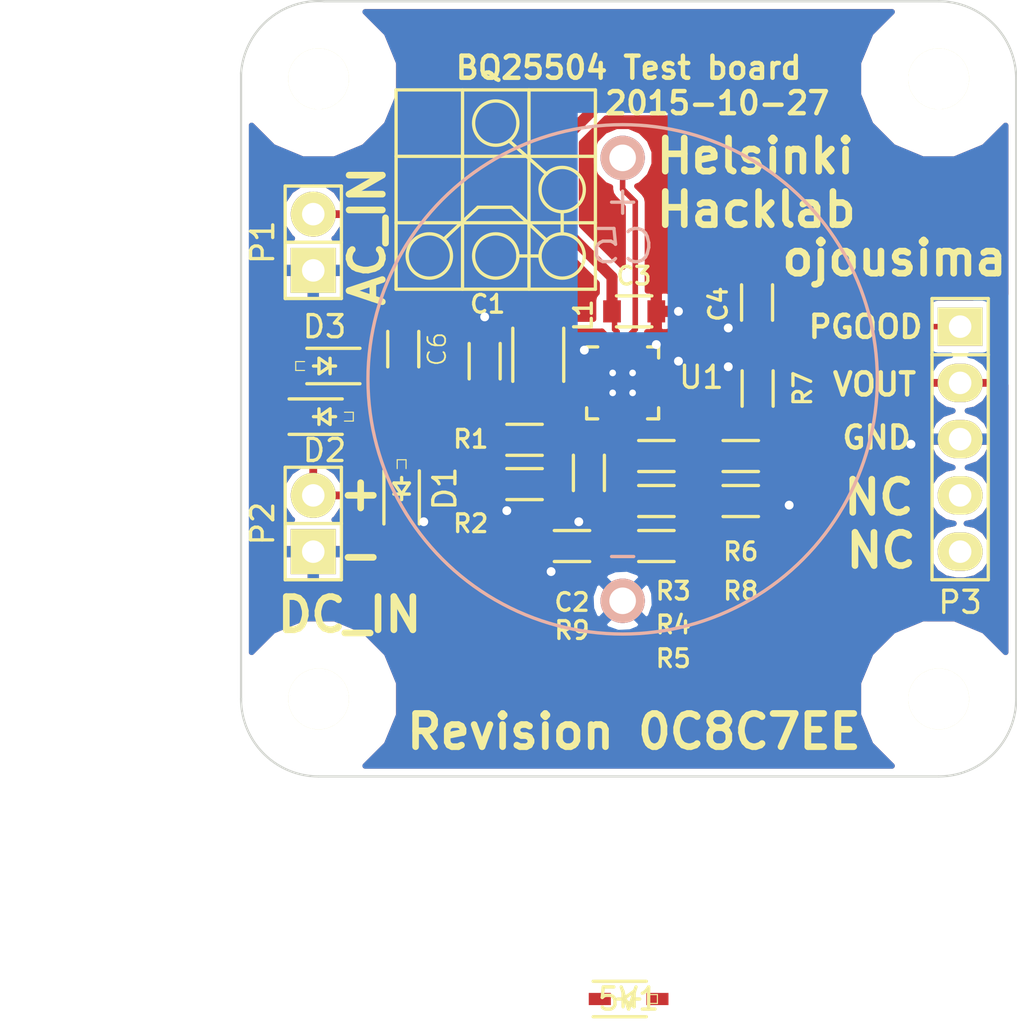
<source format=kicad_pcb>
(kicad_pcb (version 4) (host pcbnew "(2015-07-10 BZR 5924)-product")

  (general
    (links 52)
    (no_connects 2)
    (area 44.949999 44.941082 80.050001 80.050001)
    (thickness 1.6)
    (drawings 43)
    (tracks 178)
    (zones 0)
    (modules 28)
    (nets 16)
  )

  (page A4)
  (layers
    (0 F.Cu signal)
    (31 B.Cu signal)
    (32 B.Adhes user)
    (33 F.Adhes user)
    (34 B.Paste user)
    (35 F.Paste user)
    (36 B.SilkS user)
    (37 F.SilkS user)
    (38 B.Mask user)
    (39 F.Mask user)
    (40 Dwgs.User user)
    (41 Cmts.User user)
    (42 Eco1.User user)
    (43 Eco2.User user)
    (44 Edge.Cuts user)
    (45 Margin user)
    (46 B.CrtYd user)
    (47 F.CrtYd user)
    (48 B.Fab user hide)
    (49 F.Fab user hide)
  )

  (setup
    (last_trace_width 0.25)
    (user_trace_width 0.15)
    (user_trace_width 0.2)
    (user_trace_width 0.25)
    (user_trace_width 0.35)
    (user_trace_width 0.5)
    (user_trace_width 0.75)
    (user_trace_width 1)
    (trace_clearance 0.18)
    (zone_clearance 0.3)
    (zone_45_only no)
    (trace_min 0.15)
    (segment_width 0.15)
    (edge_width 0.1)
    (via_size 0.6)
    (via_drill 0.4)
    (via_min_size 0.6)
    (via_min_drill 0.3)
    (user_via 0.6 0.3)
    (user_via 0.7 0.3)
    (user_via 1 0.6)
    (user_via 1.4 0.8)
    (user_via 2 1)
    (uvia_size 0.3)
    (uvia_drill 0.1)
    (uvias_allowed no)
    (uvia_min_size 0.2)
    (uvia_min_drill 0.1)
    (pcb_text_width 0.3)
    (pcb_text_size 1.5 1.5)
    (mod_edge_width 0.15)
    (mod_text_size 1 1)
    (mod_text_width 0.15)
    (pad_size 2.75 2.75)
    (pad_drill 2.75)
    (pad_to_mask_clearance 0)
    (aux_axis_origin 0 0)
    (visible_elements 7FFDFFFF)
    (pcbplotparams
      (layerselection 0x000c0_00000000)
      (usegerberextensions true)
      (excludeedgelayer false)
      (linewidth 0.100000)
      (plotframeref false)
      (viasonmask false)
      (mode 1)
      (useauxorigin false)
      (hpglpennumber 1)
      (hpglpenspeed 20)
      (hpglpendiameter 15)
      (hpglpenoverlay 2)
      (psnegative false)
      (psa4output false)
      (plotreference true)
      (plotvalue false)
      (plotinvisibletext false)
      (padsonsilk false)
      (subtractmaskfromsilk true)
      (outputformat 1)
      (mirror false)
      (drillshape 0)
      (scaleselection 1)
      (outputdirectory bq25504/))
  )

  (net 0 "")
  (net 1 GND)
  (net 2 /V_IN)
  (net 3 /V_REF)
  (net 4 /V_SYS)
  (net 5 "Net-(C5-Pad1)")
  (net 6 "Net-(L1-Pad2)")
  (net 7 /V_OC_SAMP)
  (net 8 /V_RDIV)
  (net 9 /HYST)
  (net 10 /VBUV)
  (net 11 /VBOV)
  (net 12 /PROG)
  (net 13 /VBAT_OK)
  (net 14 "Net-(C6-Pad2)")
  (net 15 "Net-(C6-Pad1)")

  (net_class Default "This is the default net class."
    (clearance 0.18)
    (trace_width 0.25)
    (via_dia 0.6)
    (via_drill 0.4)
    (uvia_dia 0.3)
    (uvia_drill 0.1)
    (add_net /HYST)
    (add_net /PROG)
    (add_net /VBAT_OK)
    (add_net /VBOV)
    (add_net /VBUV)
    (add_net /V_IN)
    (add_net /V_OC_SAMP)
    (add_net /V_RDIV)
    (add_net /V_REF)
    (add_net /V_SYS)
    (add_net GND)
    (add_net "Net-(C5-Pad1)")
    (add_net "Net-(C6-Pad1)")
    (add_net "Net-(C6-Pad2)")
    (add_net "Net-(L1-Pad2)")
  )

  (module footprints:m2.5_mechanical_npth_mount (layer F.Cu) (tedit 5614CCA7) (tstamp 5614CA58)
    (at 48.5 48.25)
    (path /5614C964)
    (fp_text reference NC1 (at 0 0.5) (layer F.SilkS) hide
      (effects (font (size 1 1) (thickness 0.15)))
    )
    (fp_text value Mounting_hole (at 0 -0.5) (layer F.Fab) hide
      (effects (font (size 1 1) (thickness 0.15)))
    )
    (pad "" np_thru_hole circle (at 0 0.25) (size 2.75 2.75) (drill 2.75) (layers *.Cu *.Mask F.SilkS)
      (clearance 2.125))
  )

  (module footprints:SMD0603_A (layer F.Cu) (tedit 561561E3) (tstamp 56030EB3)
    (at 56 61.25 90)
    (descr http://www.vishay.com/docs/45017/vjsoldfo.pdf)
    (tags 0603)
    (path /5602AFDB)
    (fp_text reference C1 (at 2.576 0.134 180) (layer F.SilkS)
      (effects (font (size 0.8 0.8) (thickness 0.15)))
    )
    (fp_text value 10u (at 0 0 90) (layer F.SilkS) hide
      (effects (font (size 1.5 1.5) (thickness 0.15)))
    )
    (fp_line (start 1.9 1) (end 1.9 -1) (layer F.CrtYd) (width 0.05))
    (fp_line (start 1.9 -1) (end -1.9 -1) (layer F.CrtYd) (width 0.05))
    (fp_line (start -1.9 -1) (end -1.9 1) (layer F.CrtYd) (width 0.05))
    (fp_line (start -1.9 1) (end 1.9 1) (layer F.CrtYd) (width 0.05))
    (fp_line (start -0.8 0.7) (end 0.8 0.7) (layer F.SilkS) (width 0.15))
    (fp_line (start 0.8 -0.7) (end -0.8 -0.7) (layer F.SilkS) (width 0.15))
    (fp_line (start 1.5 0.9) (end 1.5 -0.9) (layer F.Fab) (width 0.15))
    (fp_line (start 1.5 -0.9) (end -1.5 -0.9) (layer F.Fab) (width 0.15))
    (fp_line (start -1.5 -0.9) (end -1.5 0.9) (layer F.Fab) (width 0.15))
    (fp_line (start -1.5 0.9) (end 1.5 0.9) (layer F.Fab) (width 0.15))
    (fp_line (start 0.5 -0.4) (end 0.5 0.4) (layer Dwgs.User) (width 0.1))
    (fp_line (start -0.5 -0.4) (end -0.5 0.4) (layer Dwgs.User) (width 0.1))
    (fp_line (start 0.8 -0.4) (end -0.8 -0.4) (layer Dwgs.User) (width 0.15))
    (fp_line (start -0.8 -0.4) (end -0.8 0.4) (layer Dwgs.User) (width 0.15))
    (fp_line (start -0.8 0.4) (end 0.8 0.4) (layer Dwgs.User) (width 0.15))
    (fp_line (start 0.8 0.4) (end 0.8 -0.4) (layer Dwgs.User) (width 0.15))
    (pad 1 smd rect (at -1 0 90) (size 0.8 1) (layers F.Cu F.Paste F.Mask)
      (net 2 /V_IN))
    (pad 2 smd rect (at 1 0 90) (size 0.8 1) (layers F.Cu F.Paste F.Mask)
      (net 1 GND))
    (model smd/resistors/R0603/R0603.wrl
      (at (xyz 0 0 0))
      (scale (xyz 0.3937000036239624 0.3937000036239624 0.3937000036239624))
      (rotate (xyz 0 0 0))
    )
  )

  (module footprints:SMD0603_A (layer F.Cu) (tedit 5615626E) (tstamp 56030EB9)
    (at 60.706 66.294 90)
    (descr http://www.vishay.com/docs/45017/vjsoldfo.pdf)
    (tags 0603)
    (path /5602E053)
    (fp_text reference C2 (at -5.842 -0.762 180) (layer F.SilkS)
      (effects (font (size 0.8 0.8) (thickness 0.15)))
    )
    (fp_text value 10n (at 0 0 90) (layer F.SilkS) hide
      (effects (font (size 1.5 1.5) (thickness 0.15)))
    )
    (fp_line (start 1.9 1) (end 1.9 -1) (layer F.CrtYd) (width 0.05))
    (fp_line (start 1.9 -1) (end -1.9 -1) (layer F.CrtYd) (width 0.05))
    (fp_line (start -1.9 -1) (end -1.9 1) (layer F.CrtYd) (width 0.05))
    (fp_line (start -1.9 1) (end 1.9 1) (layer F.CrtYd) (width 0.05))
    (fp_line (start -0.8 0.7) (end 0.8 0.7) (layer F.SilkS) (width 0.15))
    (fp_line (start 0.8 -0.7) (end -0.8 -0.7) (layer F.SilkS) (width 0.15))
    (fp_line (start 1.5 0.9) (end 1.5 -0.9) (layer F.Fab) (width 0.15))
    (fp_line (start 1.5 -0.9) (end -1.5 -0.9) (layer F.Fab) (width 0.15))
    (fp_line (start -1.5 -0.9) (end -1.5 0.9) (layer F.Fab) (width 0.15))
    (fp_line (start -1.5 0.9) (end 1.5 0.9) (layer F.Fab) (width 0.15))
    (fp_line (start 0.5 -0.4) (end 0.5 0.4) (layer Dwgs.User) (width 0.1))
    (fp_line (start -0.5 -0.4) (end -0.5 0.4) (layer Dwgs.User) (width 0.1))
    (fp_line (start 0.8 -0.4) (end -0.8 -0.4) (layer Dwgs.User) (width 0.15))
    (fp_line (start -0.8 -0.4) (end -0.8 0.4) (layer Dwgs.User) (width 0.15))
    (fp_line (start -0.8 0.4) (end 0.8 0.4) (layer Dwgs.User) (width 0.15))
    (fp_line (start 0.8 0.4) (end 0.8 -0.4) (layer Dwgs.User) (width 0.15))
    (pad 1 smd rect (at -1 0 90) (size 0.8 1) (layers F.Cu F.Paste F.Mask)
      (net 1 GND))
    (pad 2 smd rect (at 1 0 90) (size 0.8 1) (layers F.Cu F.Paste F.Mask)
      (net 3 /V_REF))
    (model smd/resistors/R0603/R0603.wrl
      (at (xyz 0 0 0))
      (scale (xyz 0.3937000036239624 0.3937000036239624 0.3937000036239624))
      (rotate (xyz 0 0 0))
    )
  )

  (module footprints:SMD0603_A (layer F.Cu) (tedit 561561B8) (tstamp 56030EBF)
    (at 62.75 59)
    (descr http://www.vishay.com/docs/45017/vjsoldfo.pdf)
    (tags 0603)
    (path /5602CAFF)
    (fp_text reference C3 (at -0.012 -1.596) (layer F.SilkS)
      (effects (font (size 0.8 0.8) (thickness 0.15)))
    )
    (fp_text value 100n (at 0 0) (layer F.SilkS) hide
      (effects (font (size 1.5 1.5) (thickness 0.15)))
    )
    (fp_line (start 1.9 1) (end 1.9 -1) (layer F.CrtYd) (width 0.05))
    (fp_line (start 1.9 -1) (end -1.9 -1) (layer F.CrtYd) (width 0.05))
    (fp_line (start -1.9 -1) (end -1.9 1) (layer F.CrtYd) (width 0.05))
    (fp_line (start -1.9 1) (end 1.9 1) (layer F.CrtYd) (width 0.05))
    (fp_line (start -0.8 0.7) (end 0.8 0.7) (layer F.SilkS) (width 0.15))
    (fp_line (start 0.8 -0.7) (end -0.8 -0.7) (layer F.SilkS) (width 0.15))
    (fp_line (start 1.5 0.9) (end 1.5 -0.9) (layer F.Fab) (width 0.15))
    (fp_line (start 1.5 -0.9) (end -1.5 -0.9) (layer F.Fab) (width 0.15))
    (fp_line (start -1.5 -0.9) (end -1.5 0.9) (layer F.Fab) (width 0.15))
    (fp_line (start -1.5 0.9) (end 1.5 0.9) (layer F.Fab) (width 0.15))
    (fp_line (start 0.5 -0.4) (end 0.5 0.4) (layer Dwgs.User) (width 0.1))
    (fp_line (start -0.5 -0.4) (end -0.5 0.4) (layer Dwgs.User) (width 0.1))
    (fp_line (start 0.8 -0.4) (end -0.8 -0.4) (layer Dwgs.User) (width 0.15))
    (fp_line (start -0.8 -0.4) (end -0.8 0.4) (layer Dwgs.User) (width 0.15))
    (fp_line (start -0.8 0.4) (end 0.8 0.4) (layer Dwgs.User) (width 0.15))
    (fp_line (start 0.8 0.4) (end 0.8 -0.4) (layer Dwgs.User) (width 0.15))
    (pad 1 smd rect (at -1 0) (size 0.8 1) (layers F.Cu F.Paste F.Mask)
      (net 4 /V_SYS))
    (pad 2 smd rect (at 1 0) (size 0.8 1) (layers F.Cu F.Paste F.Mask)
      (net 1 GND))
    (model smd/resistors/R0603/R0603.wrl
      (at (xyz 0 0 0))
      (scale (xyz 0.3937 0.3937 0.3937))
      (rotate (xyz 0 0 0))
    )
  )

  (module footprints:SMD0603_A (layer F.Cu) (tedit 561561B0) (tstamp 56030EC5)
    (at 68.3 58.6 270)
    (descr http://www.vishay.com/docs/45017/vjsoldfo.pdf)
    (tags 0603)
    (path /5602CB34)
    (fp_text reference C4 (at 0.074 1.752 270) (layer F.SilkS)
      (effects (font (size 0.8 0.8) (thickness 0.15)))
    )
    (fp_text value 10u (at 0 0 270) (layer F.SilkS) hide
      (effects (font (size 1.5 1.5) (thickness 0.15)))
    )
    (fp_line (start 1.9 1) (end 1.9 -1) (layer F.CrtYd) (width 0.05))
    (fp_line (start 1.9 -1) (end -1.9 -1) (layer F.CrtYd) (width 0.05))
    (fp_line (start -1.9 -1) (end -1.9 1) (layer F.CrtYd) (width 0.05))
    (fp_line (start -1.9 1) (end 1.9 1) (layer F.CrtYd) (width 0.05))
    (fp_line (start -0.8 0.7) (end 0.8 0.7) (layer F.SilkS) (width 0.15))
    (fp_line (start 0.8 -0.7) (end -0.8 -0.7) (layer F.SilkS) (width 0.15))
    (fp_line (start 1.5 0.9) (end 1.5 -0.9) (layer F.Fab) (width 0.15))
    (fp_line (start 1.5 -0.9) (end -1.5 -0.9) (layer F.Fab) (width 0.15))
    (fp_line (start -1.5 -0.9) (end -1.5 0.9) (layer F.Fab) (width 0.15))
    (fp_line (start -1.5 0.9) (end 1.5 0.9) (layer F.Fab) (width 0.15))
    (fp_line (start 0.5 -0.4) (end 0.5 0.4) (layer Dwgs.User) (width 0.1))
    (fp_line (start -0.5 -0.4) (end -0.5 0.4) (layer Dwgs.User) (width 0.1))
    (fp_line (start 0.8 -0.4) (end -0.8 -0.4) (layer Dwgs.User) (width 0.15))
    (fp_line (start -0.8 -0.4) (end -0.8 0.4) (layer Dwgs.User) (width 0.15))
    (fp_line (start -0.8 0.4) (end 0.8 0.4) (layer Dwgs.User) (width 0.15))
    (fp_line (start 0.8 0.4) (end 0.8 -0.4) (layer Dwgs.User) (width 0.15))
    (pad 1 smd rect (at -1 0 270) (size 0.8 1) (layers F.Cu F.Paste F.Mask)
      (net 4 /V_SYS))
    (pad 2 smd rect (at 1 0 270) (size 0.8 1) (layers F.Cu F.Paste F.Mask)
      (net 1 GND))
    (model smd/resistors/R0603/R0603.wrl
      (at (xyz 0 0 0))
      (scale (xyz 0.3937000036239624 0.3937000036239624 0.3937000036239624))
      (rotate (xyz 0 0 0))
    )
  )

  (module footprints:EECRG0V155HN (layer B.Cu) (tedit 55FF140A) (tstamp 56030ECB)
    (at 62.23 52.07 180)
    (path /5602E790)
    (fp_text reference C5 (at 0 -4 180) (layer B.SilkS)
      (effects (font (size 1.5 1.5) (thickness 0.15)) (justify mirror))
    )
    (fp_text value "EECRG0V155(V|H)N" (at 0 -10 180) (layer B.Fab)
      (effects (font (size 1.5 1.5) (thickness 0.15)) (justify mirror))
    )
    (fp_line (start 1.5 -20) (end 2.5 -20) (layer B.Fab) (width 0.15))
    (fp_line (start 2 0.5) (end 2 -0.5) (layer B.Fab) (width 0.15))
    (fp_line (start 1.5 0) (end 2.5 0) (layer B.Fab) (width 0.15))
    (fp_circle (center 0 -10) (end 11 -10) (layer B.Fab) (width 0.05))
    (fp_line (start 0.5 -18) (end -0.5 -18) (layer B.SilkS) (width 0.15))
    (fp_line (start -0.5 -2) (end 0.5 -2) (layer B.SilkS) (width 0.15))
    (fp_line (start 0 -1.5) (end 0 -2.5) (layer B.SilkS) (width 0.15))
    (fp_circle (center 0 -10) (end 11.5 -10) (layer B.SilkS) (width 0.15))
    (fp_circle (center 0 -10) (end 12 -10) (layer B.CrtYd) (width 0.05))
    (fp_circle (center 0 -10) (end 9.5 -10) (layer Dwgs.User) (width 0.15))
    (pad 1 thru_hole circle (at 0 0 180) (size 2 2) (drill 1.2) (layers *.Cu *.Mask B.SilkS)
      (net 5 "Net-(C5-Pad1)"))
    (pad 2 thru_hole circle (at 0 -20 180) (size 2 2) (drill 1.2) (layers *.Cu *.Mask B.SilkS)
      (net 1 GND))
  )

  (module footprints:SMD1206_A (layer F.Cu) (tedit 561561D0) (tstamp 56030ED8)
    (at 58.42 60.96 90)
    (descr http://www.samsungsem.com/servlet/FileDownload?filename=productcatalog/pdf/MLCC.pdf)
    (path /5602AF94)
    (fp_text reference L1 (at 1.778 2.032 90) (layer F.SilkS)
      (effects (font (size 0.8 0.8) (thickness 0.15)))
    )
    (fp_text value INDUCTOR_SMALL (at 0 0 90) (layer F.SilkS) hide
      (effects (font (size 1.5 1.5) (thickness 0.15)))
    )
    (fp_line (start 2.6 -1.4) (end -2.6 -1.4) (layer F.Fab) (width 0.15))
    (fp_line (start -2.6 -1.4) (end -2.6 1.4) (layer F.Fab) (width 0.15))
    (fp_line (start -2.6 1.4) (end 2.6 1.4) (layer F.Fab) (width 0.15))
    (fp_line (start 2.6 1.4) (end 2.6 -1.4) (layer F.Fab) (width 0.15))
    (fp_line (start 2.6 -1.4) (end -2.6 -1.4) (layer F.CrtYd) (width 0.05))
    (fp_line (start -2.6 -1.4) (end -2.6 1.4) (layer F.CrtYd) (width 0.05))
    (fp_line (start -2.6 1.4) (end 2.6 1.4) (layer F.CrtYd) (width 0.05))
    (fp_line (start 2.6 1.4) (end 2.6 -1.4) (layer F.CrtYd) (width 0.05))
    (fp_line (start -1.2 1.15) (end 1.2 1.15) (layer F.SilkS) (width 0.15))
    (fp_line (start 1.2 -1.15) (end -1.2 -1.15) (layer F.SilkS) (width 0.15))
    (fp_line (start -1.1 -0.8) (end -1.1 0.8) (layer Dwgs.User) (width 0.15))
    (fp_line (start 1.1 0.8) (end 1.1 -0.8) (layer Dwgs.User) (width 0.15))
    (fp_line (start -1.6 0.8) (end -1.6 -0.8) (layer Dwgs.User) (width 0.15))
    (fp_line (start 1.6 -0.8) (end 1.6 0.8) (layer Dwgs.User) (width 0.15))
    (fp_line (start 1.6 0.8) (end -1.6 0.8) (layer Dwgs.User) (width 0.15))
    (fp_line (start -1.6 -0.8) (end 1.6 -0.8) (layer Dwgs.User) (width 0.15))
    (pad 1 smd rect (at -1.4 0 90) (size 1.4 1.8) (layers F.Cu F.Paste F.Mask)
      (net 2 /V_IN))
    (pad 2 smd rect (at 1.4 0 90) (size 1.4 1.8) (layers F.Cu F.Paste F.Mask)
      (net 6 "Net-(L1-Pad2)"))
    (model smd/resistors/r_1206.wrl
      (at (xyz 0 0 0))
      (scale (xyz 1 1 1))
      (rotate (xyz 0 0 0))
    )
  )

  (module footprints:Pin_Header_Straight_1x02 (layer F.Cu) (tedit 0) (tstamp 56030EDE)
    (at 48.26 55.88 90)
    (descr "Through hole pin header")
    (tags "pin header")
    (path /56031950)
    (fp_text reference P1 (at 0 -2.286 90) (layer F.SilkS)
      (effects (font (size 1 1) (thickness 0.15)))
    )
    (fp_text value CONN_01X02 (at 0 0 90) (layer F.SilkS) hide
      (effects (font (size 1 1) (thickness 0.15)))
    )
    (fp_line (start 0 -1.27) (end 0 1.27) (layer F.SilkS) (width 0.15))
    (fp_line (start -2.54 -1.27) (end -2.54 1.27) (layer F.SilkS) (width 0.15))
    (fp_line (start -2.54 1.27) (end 0 1.27) (layer F.SilkS) (width 0.15))
    (fp_line (start 0 1.27) (end 2.54 1.27) (layer F.SilkS) (width 0.15))
    (fp_line (start 2.54 1.27) (end 2.54 -1.27) (layer F.SilkS) (width 0.15))
    (fp_line (start 2.54 -1.27) (end -2.54 -1.27) (layer F.SilkS) (width 0.15))
    (pad 1 thru_hole rect (at -1.27 0 90) (size 2.032 2.032) (drill 1.016) (layers *.Cu *.Mask F.SilkS)
      (net 1 GND))
    (pad 2 thru_hole oval (at 1.27 0 90) (size 2.032 2.032) (drill 1.016) (layers *.Cu *.Mask F.SilkS)
      (net 14 "Net-(C6-Pad2)"))
    (model Pin_Headers/Pin_Header_Straight_1x02.wrl
      (at (xyz 0 0 0))
      (scale (xyz 1 1 1))
      (rotate (xyz 0 0 0))
    )
  )

  (module footprints:Pin_Header_Straight_1x02 (layer F.Cu) (tedit 0) (tstamp 56030EE4)
    (at 48.26 68.58 90)
    (descr "Through hole pin header")
    (tags "pin header")
    (path /560311D8)
    (fp_text reference P2 (at 0 -2.286 90) (layer F.SilkS)
      (effects (font (size 1 1) (thickness 0.15)))
    )
    (fp_text value CONN_01X02 (at 0 0 90) (layer F.SilkS) hide
      (effects (font (size 1 1) (thickness 0.15)))
    )
    (fp_line (start 0 -1.27) (end 0 1.27) (layer F.SilkS) (width 0.15))
    (fp_line (start -2.54 -1.27) (end -2.54 1.27) (layer F.SilkS) (width 0.15))
    (fp_line (start -2.54 1.27) (end 0 1.27) (layer F.SilkS) (width 0.15))
    (fp_line (start 0 1.27) (end 2.54 1.27) (layer F.SilkS) (width 0.15))
    (fp_line (start 2.54 1.27) (end 2.54 -1.27) (layer F.SilkS) (width 0.15))
    (fp_line (start 2.54 -1.27) (end -2.54 -1.27) (layer F.SilkS) (width 0.15))
    (pad 1 thru_hole rect (at -1.27 0 90) (size 2.032 2.032) (drill 1.016) (layers *.Cu *.Mask F.SilkS)
      (net 1 GND))
    (pad 2 thru_hole oval (at 1.27 0 90) (size 2.032 2.032) (drill 1.016) (layers *.Cu *.Mask F.SilkS)
      (net 2 /V_IN))
    (model Pin_Headers/Pin_Header_Straight_1x02.wrl
      (at (xyz 0 0 0))
      (scale (xyz 1 1 1))
      (rotate (xyz 0 0 0))
    )
  )

  (module footprints:SMD0603_A (layer F.Cu) (tedit 56156200) (tstamp 56030EEA)
    (at 57.8 64.8)
    (descr http://www.vishay.com/docs/45017/vjsoldfo.pdf)
    (tags 0603)
    (path /5602B04E)
    (fp_text reference R1 (at -2.428 -0.03) (layer F.SilkS)
      (effects (font (size 0.8 0.8) (thickness 0.15)))
    )
    (fp_text value 4M (at 0 0) (layer F.SilkS) hide
      (effects (font (size 1.5 1.5) (thickness 0.15)))
    )
    (fp_line (start 1.9 1) (end 1.9 -1) (layer F.CrtYd) (width 0.05))
    (fp_line (start 1.9 -1) (end -1.9 -1) (layer F.CrtYd) (width 0.05))
    (fp_line (start -1.9 -1) (end -1.9 1) (layer F.CrtYd) (width 0.05))
    (fp_line (start -1.9 1) (end 1.9 1) (layer F.CrtYd) (width 0.05))
    (fp_line (start -0.8 0.7) (end 0.8 0.7) (layer F.SilkS) (width 0.15))
    (fp_line (start 0.8 -0.7) (end -0.8 -0.7) (layer F.SilkS) (width 0.15))
    (fp_line (start 1.5 0.9) (end 1.5 -0.9) (layer F.Fab) (width 0.15))
    (fp_line (start 1.5 -0.9) (end -1.5 -0.9) (layer F.Fab) (width 0.15))
    (fp_line (start -1.5 -0.9) (end -1.5 0.9) (layer F.Fab) (width 0.15))
    (fp_line (start -1.5 0.9) (end 1.5 0.9) (layer F.Fab) (width 0.15))
    (fp_line (start 0.5 -0.4) (end 0.5 0.4) (layer Dwgs.User) (width 0.1))
    (fp_line (start -0.5 -0.4) (end -0.5 0.4) (layer Dwgs.User) (width 0.1))
    (fp_line (start 0.8 -0.4) (end -0.8 -0.4) (layer Dwgs.User) (width 0.15))
    (fp_line (start -0.8 -0.4) (end -0.8 0.4) (layer Dwgs.User) (width 0.15))
    (fp_line (start -0.8 0.4) (end 0.8 0.4) (layer Dwgs.User) (width 0.15))
    (fp_line (start 0.8 0.4) (end 0.8 -0.4) (layer Dwgs.User) (width 0.15))
    (pad 1 smd rect (at -1 0) (size 0.8 1) (layers F.Cu F.Paste F.Mask)
      (net 2 /V_IN))
    (pad 2 smd rect (at 1 0) (size 0.8 1) (layers F.Cu F.Paste F.Mask)
      (net 7 /V_OC_SAMP))
    (model smd/resistors/R0603/R0603.wrl
      (at (xyz 0 0 0))
      (scale (xyz 0.3937000036239624 0.3937000036239624 0.3937000036239624))
      (rotate (xyz 0 0 0))
    )
  )

  (module footprints:SMD0603_A (layer F.Cu) (tedit 5615620E) (tstamp 56030EF0)
    (at 57.8 66.8 180)
    (descr http://www.vishay.com/docs/45017/vjsoldfo.pdf)
    (tags 0603)
    (path /5602B097)
    (fp_text reference R2 (at 2.428 -1.78 180) (layer F.SilkS)
      (effects (font (size 0.8 0.8) (thickness 0.15)))
    )
    (fp_text value 6M (at 0 0 180) (layer F.SilkS) hide
      (effects (font (size 1.5 1.5) (thickness 0.15)))
    )
    (fp_line (start 1.9 1) (end 1.9 -1) (layer F.CrtYd) (width 0.05))
    (fp_line (start 1.9 -1) (end -1.9 -1) (layer F.CrtYd) (width 0.05))
    (fp_line (start -1.9 -1) (end -1.9 1) (layer F.CrtYd) (width 0.05))
    (fp_line (start -1.9 1) (end 1.9 1) (layer F.CrtYd) (width 0.05))
    (fp_line (start -0.8 0.7) (end 0.8 0.7) (layer F.SilkS) (width 0.15))
    (fp_line (start 0.8 -0.7) (end -0.8 -0.7) (layer F.SilkS) (width 0.15))
    (fp_line (start 1.5 0.9) (end 1.5 -0.9) (layer F.Fab) (width 0.15))
    (fp_line (start 1.5 -0.9) (end -1.5 -0.9) (layer F.Fab) (width 0.15))
    (fp_line (start -1.5 -0.9) (end -1.5 0.9) (layer F.Fab) (width 0.15))
    (fp_line (start -1.5 0.9) (end 1.5 0.9) (layer F.Fab) (width 0.15))
    (fp_line (start 0.5 -0.4) (end 0.5 0.4) (layer Dwgs.User) (width 0.1))
    (fp_line (start -0.5 -0.4) (end -0.5 0.4) (layer Dwgs.User) (width 0.1))
    (fp_line (start 0.8 -0.4) (end -0.8 -0.4) (layer Dwgs.User) (width 0.15))
    (fp_line (start -0.8 -0.4) (end -0.8 0.4) (layer Dwgs.User) (width 0.15))
    (fp_line (start -0.8 0.4) (end 0.8 0.4) (layer Dwgs.User) (width 0.15))
    (fp_line (start 0.8 0.4) (end 0.8 -0.4) (layer Dwgs.User) (width 0.15))
    (pad 1 smd rect (at -1 0 180) (size 0.8 1) (layers F.Cu F.Paste F.Mask)
      (net 7 /V_OC_SAMP))
    (pad 2 smd rect (at 1 0 180) (size 0.8 1) (layers F.Cu F.Paste F.Mask)
      (net 1 GND))
    (model smd/resistors/R0603/R0603.wrl
      (at (xyz 0 0 0))
      (scale (xyz 0.3937000036239624 0.3937000036239624 0.3937000036239624))
      (rotate (xyz 0 0 0))
    )
  )

  (module footprints:SMD0603_A (layer F.Cu) (tedit 56156227) (tstamp 56030EF6)
    (at 63.754 65.532)
    (descr http://www.vishay.com/docs/45017/vjsoldfo.pdf)
    (tags 0603)
    (path /5602B0F0)
    (fp_text reference R3 (at 0.762 6.096) (layer F.SilkS)
      (effects (font (size 0.8 0.8) (thickness 0.15)))
    )
    (fp_text value 1M8 (at 0 0) (layer F.SilkS) hide
      (effects (font (size 1.5 1.5) (thickness 0.15)))
    )
    (fp_line (start 1.9 1) (end 1.9 -1) (layer F.CrtYd) (width 0.05))
    (fp_line (start 1.9 -1) (end -1.9 -1) (layer F.CrtYd) (width 0.05))
    (fp_line (start -1.9 -1) (end -1.9 1) (layer F.CrtYd) (width 0.05))
    (fp_line (start -1.9 1) (end 1.9 1) (layer F.CrtYd) (width 0.05))
    (fp_line (start -0.8 0.7) (end 0.8 0.7) (layer F.SilkS) (width 0.15))
    (fp_line (start 0.8 -0.7) (end -0.8 -0.7) (layer F.SilkS) (width 0.15))
    (fp_line (start 1.5 0.9) (end 1.5 -0.9) (layer F.Fab) (width 0.15))
    (fp_line (start 1.5 -0.9) (end -1.5 -0.9) (layer F.Fab) (width 0.15))
    (fp_line (start -1.5 -0.9) (end -1.5 0.9) (layer F.Fab) (width 0.15))
    (fp_line (start -1.5 0.9) (end 1.5 0.9) (layer F.Fab) (width 0.15))
    (fp_line (start 0.5 -0.4) (end 0.5 0.4) (layer Dwgs.User) (width 0.1))
    (fp_line (start -0.5 -0.4) (end -0.5 0.4) (layer Dwgs.User) (width 0.1))
    (fp_line (start 0.8 -0.4) (end -0.8 -0.4) (layer Dwgs.User) (width 0.15))
    (fp_line (start -0.8 -0.4) (end -0.8 0.4) (layer Dwgs.User) (width 0.15))
    (fp_line (start -0.8 0.4) (end 0.8 0.4) (layer Dwgs.User) (width 0.15))
    (fp_line (start 0.8 0.4) (end 0.8 -0.4) (layer Dwgs.User) (width 0.15))
    (pad 1 smd rect (at -1 0) (size 0.8 1) (layers F.Cu F.Paste F.Mask)
      (net 8 /V_RDIV))
    (pad 2 smd rect (at 1 0) (size 0.8 1) (layers F.Cu F.Paste F.Mask)
      (net 9 /HYST))
    (model smd/resistors/R0603/R0603.wrl
      (at (xyz 0 0 0))
      (scale (xyz 0.3937000036239624 0.3937000036239624 0.3937000036239624))
      (rotate (xyz 0 0 0))
    )
  )

  (module footprints:SMD0603_A (layer F.Cu) (tedit 56156235) (tstamp 56030EFC)
    (at 63.754 67.564)
    (descr http://www.vishay.com/docs/45017/vjsoldfo.pdf)
    (tags 0603)
    (path /5602B189)
    (fp_text reference R4 (at 0.762 5.588) (layer F.SilkS)
      (effects (font (size 0.8 0.8) (thickness 0.15)))
    )
    (fp_text value 1M (at 0 0) (layer F.SilkS) hide
      (effects (font (size 1.5 1.5) (thickness 0.15)))
    )
    (fp_line (start 1.9 1) (end 1.9 -1) (layer F.CrtYd) (width 0.05))
    (fp_line (start 1.9 -1) (end -1.9 -1) (layer F.CrtYd) (width 0.05))
    (fp_line (start -1.9 -1) (end -1.9 1) (layer F.CrtYd) (width 0.05))
    (fp_line (start -1.9 1) (end 1.9 1) (layer F.CrtYd) (width 0.05))
    (fp_line (start -0.8 0.7) (end 0.8 0.7) (layer F.SilkS) (width 0.15))
    (fp_line (start 0.8 -0.7) (end -0.8 -0.7) (layer F.SilkS) (width 0.15))
    (fp_line (start 1.5 0.9) (end 1.5 -0.9) (layer F.Fab) (width 0.15))
    (fp_line (start 1.5 -0.9) (end -1.5 -0.9) (layer F.Fab) (width 0.15))
    (fp_line (start -1.5 -0.9) (end -1.5 0.9) (layer F.Fab) (width 0.15))
    (fp_line (start -1.5 0.9) (end 1.5 0.9) (layer F.Fab) (width 0.15))
    (fp_line (start 0.5 -0.4) (end 0.5 0.4) (layer Dwgs.User) (width 0.1))
    (fp_line (start -0.5 -0.4) (end -0.5 0.4) (layer Dwgs.User) (width 0.1))
    (fp_line (start 0.8 -0.4) (end -0.8 -0.4) (layer Dwgs.User) (width 0.15))
    (fp_line (start -0.8 -0.4) (end -0.8 0.4) (layer Dwgs.User) (width 0.15))
    (fp_line (start -0.8 0.4) (end 0.8 0.4) (layer Dwgs.User) (width 0.15))
    (fp_line (start 0.8 0.4) (end 0.8 -0.4) (layer Dwgs.User) (width 0.15))
    (pad 1 smd rect (at -1 0) (size 0.8 1) (layers F.Cu F.Paste F.Mask)
      (net 8 /V_RDIV))
    (pad 2 smd rect (at 1 0) (size 0.8 1) (layers F.Cu F.Paste F.Mask)
      (net 10 /VBUV))
    (model smd/resistors/R0603/R0603.wrl
      (at (xyz 0 0 0))
      (scale (xyz 0.3937000036239624 0.3937000036239624 0.3937000036239624))
      (rotate (xyz 0 0 0))
    )
  )

  (module footprints:SMD0603_A (layer F.Cu) (tedit 5615623E) (tstamp 56030F02)
    (at 63.754 69.596)
    (descr http://www.vishay.com/docs/45017/vjsoldfo.pdf)
    (tags 0603)
    (path /5602B28D)
    (fp_text reference R5 (at 0.762 5.08) (layer F.SilkS)
      (effects (font (size 0.8 0.8) (thickness 0.15)))
    )
    (fp_text value 4M22 (at 0 0) (layer F.SilkS) hide
      (effects (font (size 1.5 1.5) (thickness 0.15)))
    )
    (fp_line (start 1.9 1) (end 1.9 -1) (layer F.CrtYd) (width 0.05))
    (fp_line (start 1.9 -1) (end -1.9 -1) (layer F.CrtYd) (width 0.05))
    (fp_line (start -1.9 -1) (end -1.9 1) (layer F.CrtYd) (width 0.05))
    (fp_line (start -1.9 1) (end 1.9 1) (layer F.CrtYd) (width 0.05))
    (fp_line (start -0.8 0.7) (end 0.8 0.7) (layer F.SilkS) (width 0.15))
    (fp_line (start 0.8 -0.7) (end -0.8 -0.7) (layer F.SilkS) (width 0.15))
    (fp_line (start 1.5 0.9) (end 1.5 -0.9) (layer F.Fab) (width 0.15))
    (fp_line (start 1.5 -0.9) (end -1.5 -0.9) (layer F.Fab) (width 0.15))
    (fp_line (start -1.5 -0.9) (end -1.5 0.9) (layer F.Fab) (width 0.15))
    (fp_line (start -1.5 0.9) (end 1.5 0.9) (layer F.Fab) (width 0.15))
    (fp_line (start 0.5 -0.4) (end 0.5 0.4) (layer Dwgs.User) (width 0.1))
    (fp_line (start -0.5 -0.4) (end -0.5 0.4) (layer Dwgs.User) (width 0.1))
    (fp_line (start 0.8 -0.4) (end -0.8 -0.4) (layer Dwgs.User) (width 0.15))
    (fp_line (start -0.8 -0.4) (end -0.8 0.4) (layer Dwgs.User) (width 0.15))
    (fp_line (start -0.8 0.4) (end 0.8 0.4) (layer Dwgs.User) (width 0.15))
    (fp_line (start 0.8 0.4) (end 0.8 -0.4) (layer Dwgs.User) (width 0.15))
    (pad 1 smd rect (at -1 0) (size 0.8 1) (layers F.Cu F.Paste F.Mask)
      (net 8 /V_RDIV))
    (pad 2 smd rect (at 1 0) (size 0.8 1) (layers F.Cu F.Paste F.Mask)
      (net 11 /VBOV))
    (model smd/resistors/R0603/R0603.wrl
      (at (xyz 0 0 0))
      (scale (xyz 0.3937000036239624 0.3937000036239624 0.3937000036239624))
      (rotate (xyz 0 0 0))
    )
  )

  (module footprints:SMD0603_A (layer F.Cu) (tedit 56156197) (tstamp 56030F08)
    (at 67.564 65.532)
    (descr http://www.vishay.com/docs/45017/vjsoldfo.pdf)
    (tags 0603)
    (path /5602B303)
    (fp_text reference R6 (at 0 4.318) (layer F.SilkS)
      (effects (font (size 0.8 0.8) (thickness 0.15)))
    )
    (fp_text value 2M5 (at 0 0) (layer F.SilkS) hide
      (effects (font (size 1.5 1.5) (thickness 0.15)))
    )
    (fp_line (start 1.9 1) (end 1.9 -1) (layer F.CrtYd) (width 0.05))
    (fp_line (start 1.9 -1) (end -1.9 -1) (layer F.CrtYd) (width 0.05))
    (fp_line (start -1.9 -1) (end -1.9 1) (layer F.CrtYd) (width 0.05))
    (fp_line (start -1.9 1) (end 1.9 1) (layer F.CrtYd) (width 0.05))
    (fp_line (start -0.8 0.7) (end 0.8 0.7) (layer F.SilkS) (width 0.15))
    (fp_line (start 0.8 -0.7) (end -0.8 -0.7) (layer F.SilkS) (width 0.15))
    (fp_line (start 1.5 0.9) (end 1.5 -0.9) (layer F.Fab) (width 0.15))
    (fp_line (start 1.5 -0.9) (end -1.5 -0.9) (layer F.Fab) (width 0.15))
    (fp_line (start -1.5 -0.9) (end -1.5 0.9) (layer F.Fab) (width 0.15))
    (fp_line (start -1.5 0.9) (end 1.5 0.9) (layer F.Fab) (width 0.15))
    (fp_line (start 0.5 -0.4) (end 0.5 0.4) (layer Dwgs.User) (width 0.1))
    (fp_line (start -0.5 -0.4) (end -0.5 0.4) (layer Dwgs.User) (width 0.1))
    (fp_line (start 0.8 -0.4) (end -0.8 -0.4) (layer Dwgs.User) (width 0.15))
    (fp_line (start -0.8 -0.4) (end -0.8 0.4) (layer Dwgs.User) (width 0.15))
    (fp_line (start -0.8 0.4) (end 0.8 0.4) (layer Dwgs.User) (width 0.15))
    (fp_line (start 0.8 0.4) (end 0.8 -0.4) (layer Dwgs.User) (width 0.15))
    (pad 1 smd rect (at -1 0) (size 0.8 1) (layers F.Cu F.Paste F.Mask)
      (net 9 /HYST))
    (pad 2 smd rect (at 1 0) (size 0.8 1) (layers F.Cu F.Paste F.Mask)
      (net 12 /PROG))
    (model smd/resistors/R0603/R0603.wrl
      (at (xyz 0 0 0))
      (scale (xyz 0.3937000036239624 0.3937000036239624 0.3937000036239624))
      (rotate (xyz 0 0 0))
    )
  )

  (module footprints:SMD0603_A (layer F.Cu) (tedit 561561A9) (tstamp 56030F0E)
    (at 68.326 62.484 90)
    (descr http://www.vishay.com/docs/45017/vjsoldfo.pdf)
    (tags 0603)
    (path /5602B340)
    (fp_text reference R7 (at 0 2.032 90) (layer F.SilkS)
      (effects (font (size 0.8 0.8) (thickness 0.15)))
    )
    (fp_text value 5M6 (at 0 0 90) (layer F.SilkS) hide
      (effects (font (size 1.5 1.5) (thickness 0.15)))
    )
    (fp_line (start 1.9 1) (end 1.9 -1) (layer F.CrtYd) (width 0.05))
    (fp_line (start 1.9 -1) (end -1.9 -1) (layer F.CrtYd) (width 0.05))
    (fp_line (start -1.9 -1) (end -1.9 1) (layer F.CrtYd) (width 0.05))
    (fp_line (start -1.9 1) (end 1.9 1) (layer F.CrtYd) (width 0.05))
    (fp_line (start -0.8 0.7) (end 0.8 0.7) (layer F.SilkS) (width 0.15))
    (fp_line (start 0.8 -0.7) (end -0.8 -0.7) (layer F.SilkS) (width 0.15))
    (fp_line (start 1.5 0.9) (end 1.5 -0.9) (layer F.Fab) (width 0.15))
    (fp_line (start 1.5 -0.9) (end -1.5 -0.9) (layer F.Fab) (width 0.15))
    (fp_line (start -1.5 -0.9) (end -1.5 0.9) (layer F.Fab) (width 0.15))
    (fp_line (start -1.5 0.9) (end 1.5 0.9) (layer F.Fab) (width 0.15))
    (fp_line (start 0.5 -0.4) (end 0.5 0.4) (layer Dwgs.User) (width 0.1))
    (fp_line (start -0.5 -0.4) (end -0.5 0.4) (layer Dwgs.User) (width 0.1))
    (fp_line (start 0.8 -0.4) (end -0.8 -0.4) (layer Dwgs.User) (width 0.15))
    (fp_line (start -0.8 -0.4) (end -0.8 0.4) (layer Dwgs.User) (width 0.15))
    (fp_line (start -0.8 0.4) (end 0.8 0.4) (layer Dwgs.User) (width 0.15))
    (fp_line (start 0.8 0.4) (end 0.8 -0.4) (layer Dwgs.User) (width 0.15))
    (pad 1 smd rect (at -1 0 90) (size 0.8 1) (layers F.Cu F.Paste F.Mask)
      (net 12 /PROG))
    (pad 2 smd rect (at 1 0 90) (size 0.8 1) (layers F.Cu F.Paste F.Mask)
      (net 1 GND))
    (model smd/resistors/R0603/R0603.wrl
      (at (xyz 0 0 0))
      (scale (xyz 0.3937000036239624 0.3937000036239624 0.3937000036239624))
      (rotate (xyz 0 0 0))
    )
  )

  (module footprints:SMD0603_A (layer F.Cu) (tedit 561561A2) (tstamp 56030F14)
    (at 67.564 67.564)
    (descr http://www.vishay.com/docs/45017/vjsoldfo.pdf)
    (tags 0603)
    (path /5602B3EC)
    (fp_text reference R8 (at 0 4.064) (layer F.SilkS)
      (effects (font (size 0.8 0.8) (thickness 0.15)))
    )
    (fp_text value 9M (at 0 0) (layer F.SilkS) hide
      (effects (font (size 1.5 1.5) (thickness 0.15)))
    )
    (fp_line (start 1.9 1) (end 1.9 -1) (layer F.CrtYd) (width 0.05))
    (fp_line (start 1.9 -1) (end -1.9 -1) (layer F.CrtYd) (width 0.05))
    (fp_line (start -1.9 -1) (end -1.9 1) (layer F.CrtYd) (width 0.05))
    (fp_line (start -1.9 1) (end 1.9 1) (layer F.CrtYd) (width 0.05))
    (fp_line (start -0.8 0.7) (end 0.8 0.7) (layer F.SilkS) (width 0.15))
    (fp_line (start 0.8 -0.7) (end -0.8 -0.7) (layer F.SilkS) (width 0.15))
    (fp_line (start 1.5 0.9) (end 1.5 -0.9) (layer F.Fab) (width 0.15))
    (fp_line (start 1.5 -0.9) (end -1.5 -0.9) (layer F.Fab) (width 0.15))
    (fp_line (start -1.5 -0.9) (end -1.5 0.9) (layer F.Fab) (width 0.15))
    (fp_line (start -1.5 0.9) (end 1.5 0.9) (layer F.Fab) (width 0.15))
    (fp_line (start 0.5 -0.4) (end 0.5 0.4) (layer Dwgs.User) (width 0.1))
    (fp_line (start -0.5 -0.4) (end -0.5 0.4) (layer Dwgs.User) (width 0.1))
    (fp_line (start 0.8 -0.4) (end -0.8 -0.4) (layer Dwgs.User) (width 0.15))
    (fp_line (start -0.8 -0.4) (end -0.8 0.4) (layer Dwgs.User) (width 0.15))
    (fp_line (start -0.8 0.4) (end 0.8 0.4) (layer Dwgs.User) (width 0.15))
    (fp_line (start 0.8 0.4) (end 0.8 -0.4) (layer Dwgs.User) (width 0.15))
    (pad 1 smd rect (at -1 0) (size 0.8 1) (layers F.Cu F.Paste F.Mask)
      (net 10 /VBUV))
    (pad 2 smd rect (at 1 0) (size 0.8 1) (layers F.Cu F.Paste F.Mask)
      (net 1 GND))
    (model smd/resistors/R0603/R0603.wrl
      (at (xyz 0 0 0))
      (scale (xyz 0.3937000036239624 0.3937000036239624 0.3937000036239624))
      (rotate (xyz 0 0 0))
    )
  )

  (module footprints:SMD0603_A (layer F.Cu) (tedit 56156266) (tstamp 56030F1A)
    (at 59.944 69.596 180)
    (descr http://www.vishay.com/docs/45017/vjsoldfo.pdf)
    (tags 0603)
    (path /5602B2DC)
    (fp_text reference R9 (at 0 -3.81 180) (layer F.SilkS)
      (effects (font (size 0.8 0.8) (thickness 0.15)))
    )
    (fp_text value 5M62 (at 0 0 180) (layer F.SilkS) hide
      (effects (font (size 1.5 1.5) (thickness 0.15)))
    )
    (fp_line (start 1.9 1) (end 1.9 -1) (layer F.CrtYd) (width 0.05))
    (fp_line (start 1.9 -1) (end -1.9 -1) (layer F.CrtYd) (width 0.05))
    (fp_line (start -1.9 -1) (end -1.9 1) (layer F.CrtYd) (width 0.05))
    (fp_line (start -1.9 1) (end 1.9 1) (layer F.CrtYd) (width 0.05))
    (fp_line (start -0.8 0.7) (end 0.8 0.7) (layer F.SilkS) (width 0.15))
    (fp_line (start 0.8 -0.7) (end -0.8 -0.7) (layer F.SilkS) (width 0.15))
    (fp_line (start 1.5 0.9) (end 1.5 -0.9) (layer F.Fab) (width 0.15))
    (fp_line (start 1.5 -0.9) (end -1.5 -0.9) (layer F.Fab) (width 0.15))
    (fp_line (start -1.5 -0.9) (end -1.5 0.9) (layer F.Fab) (width 0.15))
    (fp_line (start -1.5 0.9) (end 1.5 0.9) (layer F.Fab) (width 0.15))
    (fp_line (start 0.5 -0.4) (end 0.5 0.4) (layer Dwgs.User) (width 0.1))
    (fp_line (start -0.5 -0.4) (end -0.5 0.4) (layer Dwgs.User) (width 0.1))
    (fp_line (start 0.8 -0.4) (end -0.8 -0.4) (layer Dwgs.User) (width 0.15))
    (fp_line (start -0.8 -0.4) (end -0.8 0.4) (layer Dwgs.User) (width 0.15))
    (fp_line (start -0.8 0.4) (end 0.8 0.4) (layer Dwgs.User) (width 0.15))
    (fp_line (start 0.8 0.4) (end 0.8 -0.4) (layer Dwgs.User) (width 0.15))
    (pad 1 smd rect (at -1 0 180) (size 0.8 1) (layers F.Cu F.Paste F.Mask)
      (net 11 /VBOV))
    (pad 2 smd rect (at 1 0 180) (size 0.8 1) (layers F.Cu F.Paste F.Mask)
      (net 1 GND))
    (model smd/resistors/R0603/R0603.wrl
      (at (xyz 0 0 0))
      (scale (xyz 0.3937000036239624 0.3937000036239624 0.3937000036239624))
      (rotate (xyz 0 0 0))
    )
  )

  (module footprints:QFN-16-1EP_3x3mm_Pitch0.5mm (layer F.Cu) (tedit 5615615D) (tstamp 56030F32)
    (at 62.23 62.23)
    (descr "16-Lead Plastic Quad Flat, No Lead Package (NG) - 3x3x0.9 mm Body [QFN]; (see Microchip Packaging Specification 00000049BS.pdf)")
    (tags "QFN 0.5")
    (path /5602AF79)
    (attr smd)
    (fp_text reference U1 (at 3.556 -0.254) (layer F.SilkS)
      (effects (font (size 1 1) (thickness 0.15)))
    )
    (fp_text value BQ25504 (at 0 2.85) (layer F.Fab)
      (effects (font (size 1 1) (thickness 0.15)))
    )
    (fp_line (start -2.1 -2.1) (end -2.1 2.1) (layer F.CrtYd) (width 0.05))
    (fp_line (start 2.1 -2.1) (end 2.1 2.1) (layer F.CrtYd) (width 0.05))
    (fp_line (start -2.1 -2.1) (end 2.1 -2.1) (layer F.CrtYd) (width 0.05))
    (fp_line (start -2.1 2.1) (end 2.1 2.1) (layer F.CrtYd) (width 0.05))
    (fp_line (start 1.625 -1.625) (end 1.625 -1.125) (layer F.SilkS) (width 0.15))
    (fp_line (start -1.625 1.625) (end -1.625 1.125) (layer F.SilkS) (width 0.15))
    (fp_line (start 1.625 1.625) (end 1.625 1.125) (layer F.SilkS) (width 0.15))
    (fp_line (start -1.625 -1.625) (end -1.125 -1.625) (layer F.SilkS) (width 0.15))
    (fp_line (start -1.625 1.625) (end -1.125 1.625) (layer F.SilkS) (width 0.15))
    (fp_line (start 1.625 1.625) (end 1.125 1.625) (layer F.SilkS) (width 0.15))
    (fp_line (start 1.625 -1.625) (end 1.125 -1.625) (layer F.SilkS) (width 0.15))
    (pad 1 smd oval (at -1.475 -0.75) (size 0.75 0.3) (layers F.Cu F.Paste F.Mask)
      (net 1 GND))
    (pad 2 smd oval (at -1.475 -0.25) (size 0.75 0.3) (layers F.Cu F.Paste F.Mask)
      (net 2 /V_IN))
    (pad 3 smd oval (at -1.475 0.25) (size 0.75 0.3) (layers F.Cu F.Paste F.Mask)
      (net 7 /V_OC_SAMP))
    (pad 4 smd oval (at -1.475 0.75) (size 0.75 0.3) (layers F.Cu F.Paste F.Mask)
      (net 3 /V_REF))
    (pad 5 smd oval (at -0.75 1.475 90) (size 0.75 0.3) (layers F.Cu F.Paste F.Mask)
      (net 4 /V_SYS))
    (pad 6 smd oval (at -0.25 1.475 90) (size 0.75 0.3) (layers F.Cu F.Paste F.Mask)
      (net 11 /VBOV))
    (pad 7 smd oval (at 0.25 1.475 90) (size 0.75 0.3) (layers F.Cu F.Paste F.Mask)
      (net 8 /V_RDIV))
    (pad 8 smd oval (at 0.75 1.475 90) (size 0.75 0.3) (layers F.Cu F.Paste F.Mask)
      (net 10 /VBUV))
    (pad 9 smd oval (at 1.475 0.75) (size 0.75 0.3) (layers F.Cu F.Paste F.Mask)
      (net 9 /HYST))
    (pad 10 smd oval (at 1.475 0.25) (size 0.75 0.3) (layers F.Cu F.Paste F.Mask)
      (net 12 /PROG))
    (pad 11 smd oval (at 1.475 -0.25) (size 0.75 0.3) (layers F.Cu F.Paste F.Mask)
      (net 13 /VBAT_OK))
    (pad 12 smd oval (at 1.475 -0.75) (size 0.75 0.3) (layers F.Cu F.Paste F.Mask)
      (net 1 GND))
    (pad 13 smd oval (at 0.75 -1.475 90) (size 0.75 0.3) (layers F.Cu F.Paste F.Mask)
      (net 1 GND))
    (pad 14 smd oval (at 0.25 -1.475 90) (size 0.75 0.3) (layers F.Cu F.Paste F.Mask)
      (net 5 "Net-(C5-Pad1)"))
    (pad 15 smd oval (at -0.25 -1.475 90) (size 0.75 0.3) (layers F.Cu F.Paste F.Mask)
      (net 4 /V_SYS))
    (pad 16 smd oval (at -0.75 -1.475 90) (size 0.75 0.3) (layers F.Cu F.Paste F.Mask)
      (net 6 "Net-(L1-Pad2)"))
    (pad 17 smd rect (at 0.45 0.45) (size 0.9 0.9) (layers F.Cu F.Paste F.Mask)
      (net 1 GND) (solder_paste_margin_ratio -0.2))
    (pad 17 smd rect (at 0.45 -0.45) (size 0.9 0.9) (layers F.Cu F.Paste F.Mask)
      (net 1 GND) (solder_paste_margin_ratio -0.2))
    (pad 17 smd rect (at -0.45 0.45) (size 0.9 0.9) (layers F.Cu F.Paste F.Mask)
      (net 1 GND) (solder_paste_margin_ratio -0.2))
    (pad 17 smd rect (at -0.45 -0.45) (size 0.9 0.9) (layers F.Cu F.Paste F.Mask)
      (net 1 GND) (solder_paste_margin_ratio -0.2))
    (model Housings_DFN_QFN.3dshapes/QFN-16-1EP_3x3mm_Pitch0.5mm.wrl
      (at (xyz 0 0 0))
      (scale (xyz 1 1 1))
      (rotate (xyz 0 0 0))
    )
  )

  (module footprints:SOD-323-A (layer F.Cu) (tedit 5615614C) (tstamp 560314E9)
    (at 52.25 67 90)
    (descr SOD-323)
    (tags SOD-323-A)
    (path /56031A55)
    (attr smd)
    (fp_text reference D1 (at 0 1.95 90) (layer F.SilkS)
      (effects (font (size 1 1) (thickness 0.15)))
    )
    (fp_text value TVS (at 0 0 90) (layer F.Fab)
      (effects (font (size 1 1) (thickness 0.15)))
    )
    (fp_line (start -2 0.5) (end -1.75 0.75) (layer F.Fab) (width 0.05))
    (fp_line (start -2 0.5) (end -2 -0.75) (layer F.Fab) (width 0.05))
    (fp_line (start -2 -0.75) (end 2 -0.75) (layer F.Fab) (width 0.05))
    (fp_line (start 2 -0.75) (end 2 0.75) (layer F.Fab) (width 0.05))
    (fp_line (start 2 0.75) (end -1.75 0.75) (layer F.Fab) (width 0.05))
    (fp_line (start 0.9 -0.2) (end 1.3 -0.2) (layer F.SilkS) (width 0.05))
    (fp_line (start 1.3 -0.2) (end 1.3 0.2) (layer F.SilkS) (width 0.05))
    (fp_line (start 1.3 0.2) (end 0.9 0.2) (layer F.SilkS) (width 0.05))
    (fp_line (start -1.3 0.2) (end -1.3 -0.2) (layer Dwgs.User) (width 0.05))
    (fp_line (start -1.3 -0.2) (end -0.9 -0.2) (layer Dwgs.User) (width 0.05))
    (fp_line (start -1.3 0.2) (end -0.9 0.2) (layer Dwgs.User) (width 0.05))
    (fp_line (start -0.9 -0.6) (end -0.9 0.6) (layer Dwgs.User) (width 0.05))
    (fp_line (start -0.9 0.6) (end 0.9 0.6) (layer Dwgs.User) (width 0.05))
    (fp_line (start 0.9 0.6) (end 0.9 -0.6) (layer Dwgs.User) (width 0.05))
    (fp_line (start 0.9 -0.6) (end -0.9 -0.6) (layer Dwgs.User) (width 0.05))
    (fp_line (start 0.25 0) (end 0.5 0) (layer F.SilkS) (width 0.15))
    (fp_line (start -0.25 0) (end -0.5 0) (layer F.SilkS) (width 0.15))
    (fp_line (start -0.25 0) (end 0.25 -0.35) (layer F.SilkS) (width 0.15))
    (fp_line (start 0.25 -0.35) (end 0.25 0.35) (layer F.SilkS) (width 0.15))
    (fp_line (start 0.25 0.35) (end -0.25 0) (layer F.SilkS) (width 0.15))
    (fp_line (start -0.25 -0.35) (end -0.25 0.35) (layer F.SilkS) (width 0.15))
    (fp_line (start -2.3 -1.1) (end 2.3 -1.1) (layer F.CrtYd) (width 0.05))
    (fp_line (start 2.3 -1.1) (end 2.3 1.1) (layer F.CrtYd) (width 0.05))
    (fp_line (start -2.3 1.1) (end 2.3 1.1) (layer F.CrtYd) (width 0.05))
    (fp_line (start -2.3 -1.1) (end -2.3 1.1) (layer F.CrtYd) (width 0.05))
    (fp_line (start -1.6 0.8) (end 0.8 0.8) (layer F.SilkS) (width 0.15))
    (fp_line (start -1.6 -0.8) (end 0.8 -0.8) (layer F.SilkS) (width 0.15))
    (pad 1 smd rect (at -1.3 0 90) (size 1 0.55) (layers F.Cu F.Paste F.Mask)
      (net 1 GND))
    (pad 2 smd rect (at 1.3 0 90) (size 1 0.55) (layers F.Cu F.Paste F.Mask)
      (net 2 /V_IN))
  )

  (module footprints:Pin_Header_Straight_1x05 (layer F.Cu) (tedit 56156157) (tstamp 560314F6)
    (at 77.47 64.77 270)
    (descr "Through hole pin header")
    (tags "pin header")
    (path /560326BB)
    (fp_text reference P3 (at 7.366 0 360) (layer F.SilkS)
      (effects (font (size 1 1) (thickness 0.15)))
    )
    (fp_text value CONN_01X03 (at 0 0 270) (layer F.SilkS) hide
      (effects (font (size 1 1) (thickness 0.15)))
    )
    (fp_line (start -3.81 -1.27) (end 6.35 -1.27) (layer F.SilkS) (width 0.15))
    (fp_line (start 6.35 -1.27) (end 6.35 1.27) (layer F.SilkS) (width 0.15))
    (fp_line (start 6.35 1.27) (end -3.81 1.27) (layer F.SilkS) (width 0.15))
    (fp_line (start -6.35 -1.27) (end -3.81 -1.27) (layer F.SilkS) (width 0.15))
    (fp_line (start -3.81 -1.27) (end -3.81 1.27) (layer F.SilkS) (width 0.15))
    (fp_line (start -6.35 -1.27) (end -6.35 1.27) (layer F.SilkS) (width 0.15))
    (fp_line (start -6.35 1.27) (end -3.81 1.27) (layer F.SilkS) (width 0.15))
    (pad 1 thru_hole rect (at -5.08 0 270) (size 1.7272 2.032) (drill 1.016) (layers *.Cu *.Mask F.SilkS)
      (net 13 /VBAT_OK))
    (pad 2 thru_hole oval (at -2.54 0 270) (size 1.7272 2.032) (drill 1.016) (layers *.Cu *.Mask F.SilkS)
      (net 4 /V_SYS))
    (pad 3 thru_hole oval (at 0 0 270) (size 1.7272 2.032) (drill 1.016) (layers *.Cu *.Mask F.SilkS)
      (net 1 GND))
    (pad 4 thru_hole oval (at 2.54 0 270) (size 1.7272 2.032) (drill 1.016) (layers *.Cu *.Mask F.SilkS))
    (pad 5 thru_hole oval (at 5.08 0 270) (size 1.7272 2.032) (drill 1.016) (layers *.Cu *.Mask F.SilkS))
    (model Pin_Headers/Pin_Header_Straight_1x05.wrl
      (at (xyz 0 0 0))
      (scale (xyz 1 1 1))
      (rotate (xyz 0 0 0))
    )
  )

  (module footprints:m2.5_mechanical_npth_mount (layer F.Cu) (tedit 5614CCC3) (tstamp 5614CA5D)
    (at 76.5 48.5)
    (path /5614CB5A)
    (fp_text reference NC2 (at 0 0.5) (layer F.SilkS) hide
      (effects (font (size 1 1) (thickness 0.15)))
    )
    (fp_text value Mounting_hole (at 0 -0.5) (layer F.Fab) hide
      (effects (font (size 1 1) (thickness 0.15)))
    )
    (pad "" np_thru_hole circle (at 0 0) (size 2.75 2.75) (drill 2.75) (layers *.Cu *.Mask F.SilkS)
      (clearance 2.125))
  )

  (module footprints:m2.5_mechanical_npth_mount (layer F.Cu) (tedit 5614CCD2) (tstamp 5614CA62)
    (at 76.5 76.5)
    (path /5614CA74)
    (fp_text reference NC3 (at 0 0.5) (layer F.SilkS) hide
      (effects (font (size 1 1) (thickness 0.15)))
    )
    (fp_text value Mounting_hole (at 0 -0.5) (layer F.Fab) hide
      (effects (font (size 1 1) (thickness 0.15)))
    )
    (pad "" np_thru_hole circle (at 0 0) (size 2.75 2.75) (drill 2.75) (layers *.Cu *.Mask F.SilkS)
      (clearance 2.125))
  )

  (module footprints:m2.5_mechanical_npth_mount (layer F.Cu) (tedit 5614CCE2) (tstamp 5614CA67)
    (at 48.5 76.5)
    (path /5614CB98)
    (fp_text reference NC4 (at 0 0.5) (layer F.SilkS) hide
      (effects (font (size 1 1) (thickness 0.15)))
    )
    (fp_text value Mounting_hole (at 0 -0.5) (layer F.Fab) hide
      (effects (font (size 1 1) (thickness 0.15)))
    )
    (pad "" np_thru_hole circle (at 0 0) (size 2.75 2.75) (drill 2.75) (layers *.Cu *.Mask F.SilkS)
      (clearance 2.125))
  )

  (module footprints:SMD0603_A (layer F.Cu) (tedit 562F0BE6) (tstamp 562F0B79)
    (at 52.324 60.706 90)
    (descr http://www.vishay.com/docs/45017/vjsoldfo.pdf)
    (tags 0603)
    (path /562F12E4)
    (fp_text reference C6 (at 0 1.524 90) (layer F.SilkS)
      (effects (font (size 0.8 0.8) (thickness 0.08)))
    )
    (fp_text value 10u (at 0 0 90) (layer F.SilkS) hide
      (effects (font (size 1.5 1.5) (thickness 0.15)))
    )
    (fp_line (start 1.9 1) (end 1.9 -1) (layer F.CrtYd) (width 0.05))
    (fp_line (start 1.9 -1) (end -1.9 -1) (layer F.CrtYd) (width 0.05))
    (fp_line (start -1.9 -1) (end -1.9 1) (layer F.CrtYd) (width 0.05))
    (fp_line (start -1.9 1) (end 1.9 1) (layer F.CrtYd) (width 0.05))
    (fp_line (start -0.8 0.7) (end 0.8 0.7) (layer F.SilkS) (width 0.15))
    (fp_line (start 0.8 -0.7) (end -0.8 -0.7) (layer F.SilkS) (width 0.15))
    (fp_line (start 1.5 0.9) (end 1.5 -0.9) (layer F.Fab) (width 0.15))
    (fp_line (start 1.5 -0.9) (end -1.5 -0.9) (layer F.Fab) (width 0.15))
    (fp_line (start -1.5 -0.9) (end -1.5 0.9) (layer F.Fab) (width 0.15))
    (fp_line (start -1.5 0.9) (end 1.5 0.9) (layer F.Fab) (width 0.15))
    (fp_line (start 0.5 -0.4) (end 0.5 0.4) (layer Dwgs.User) (width 0.1))
    (fp_line (start -0.5 -0.4) (end -0.5 0.4) (layer Dwgs.User) (width 0.1))
    (fp_line (start 0.8 -0.4) (end -0.8 -0.4) (layer Dwgs.User) (width 0.15))
    (fp_line (start -0.8 -0.4) (end -0.8 0.4) (layer Dwgs.User) (width 0.15))
    (fp_line (start -0.8 0.4) (end 0.8 0.4) (layer Dwgs.User) (width 0.15))
    (fp_line (start 0.8 0.4) (end 0.8 -0.4) (layer Dwgs.User) (width 0.15))
    (pad 1 smd rect (at -1 0 90) (size 0.8 1) (layers F.Cu F.Paste F.Mask)
      (net 15 "Net-(C6-Pad1)"))
    (pad 2 smd rect (at 1 0 90) (size 0.8 1) (layers F.Cu F.Paste F.Mask)
      (net 14 "Net-(C6-Pad2)"))
    (model smd/resistors/R0603/R0603.wrl
      (at (xyz 0 0 0))
      (scale (xyz 0.3937000036239624 0.3937000036239624 0.3937000036239624))
      (rotate (xyz 0 0 0))
    )
  )

  (module footprints:SOD-323-A (layer F.Cu) (tedit 562F0BEF) (tstamp 562F0B7F)
    (at 48.768 63.754)
    (descr SOD-323)
    (tags SOD-323-A)
    (path /562F11BB)
    (attr smd)
    (fp_text reference D2 (at 0 1.524) (layer F.SilkS)
      (effects (font (size 1 1) (thickness 0.15)))
    )
    (fp_text value D_Schottky (at 0 0) (layer F.Fab)
      (effects (font (size 1 1) (thickness 0.15)))
    )
    (fp_line (start -2 0.5) (end -1.75 0.75) (layer F.Fab) (width 0.05))
    (fp_line (start -2 0.5) (end -2 -0.75) (layer F.Fab) (width 0.05))
    (fp_line (start -2 -0.75) (end 2 -0.75) (layer F.Fab) (width 0.05))
    (fp_line (start 2 -0.75) (end 2 0.75) (layer F.Fab) (width 0.05))
    (fp_line (start 2 0.75) (end -1.75 0.75) (layer F.Fab) (width 0.05))
    (fp_line (start 0.9 -0.2) (end 1.3 -0.2) (layer F.SilkS) (width 0.05))
    (fp_line (start 1.3 -0.2) (end 1.3 0.2) (layer F.SilkS) (width 0.05))
    (fp_line (start 1.3 0.2) (end 0.9 0.2) (layer F.SilkS) (width 0.05))
    (fp_line (start -1.3 0.2) (end -1.3 -0.2) (layer Dwgs.User) (width 0.05))
    (fp_line (start -1.3 -0.2) (end -0.9 -0.2) (layer Dwgs.User) (width 0.05))
    (fp_line (start -1.3 0.2) (end -0.9 0.2) (layer Dwgs.User) (width 0.05))
    (fp_line (start -0.9 -0.6) (end -0.9 0.6) (layer Dwgs.User) (width 0.05))
    (fp_line (start -0.9 0.6) (end 0.9 0.6) (layer Dwgs.User) (width 0.05))
    (fp_line (start 0.9 0.6) (end 0.9 -0.6) (layer Dwgs.User) (width 0.05))
    (fp_line (start 0.9 -0.6) (end -0.9 -0.6) (layer Dwgs.User) (width 0.05))
    (fp_line (start 0.25 0) (end 0.5 0) (layer F.SilkS) (width 0.15))
    (fp_line (start -0.25 0) (end -0.5 0) (layer F.SilkS) (width 0.15))
    (fp_line (start -0.25 0) (end 0.25 -0.35) (layer F.SilkS) (width 0.15))
    (fp_line (start 0.25 -0.35) (end 0.25 0.35) (layer F.SilkS) (width 0.15))
    (fp_line (start 0.25 0.35) (end -0.25 0) (layer F.SilkS) (width 0.15))
    (fp_line (start -0.25 -0.35) (end -0.25 0.35) (layer F.SilkS) (width 0.15))
    (fp_line (start -2.3 -1.1) (end 2.3 -1.1) (layer F.CrtYd) (width 0.05))
    (fp_line (start 2.3 -1.1) (end 2.3 1.1) (layer F.CrtYd) (width 0.05))
    (fp_line (start -2.3 1.1) (end 2.3 1.1) (layer F.CrtYd) (width 0.05))
    (fp_line (start -2.3 -1.1) (end -2.3 1.1) (layer F.CrtYd) (width 0.05))
    (fp_line (start -1.6 0.8) (end 0.8 0.8) (layer F.SilkS) (width 0.15))
    (fp_line (start -1.6 -0.8) (end 0.8 -0.8) (layer F.SilkS) (width 0.15))
    (pad 1 smd rect (at -1.3 0) (size 1 0.55) (layers F.Cu F.Paste F.Mask)
      (net 2 /V_IN))
    (pad 2 smd rect (at 1.3 0) (size 1 0.55) (layers F.Cu F.Paste F.Mask)
      (net 15 "Net-(C6-Pad1)"))
  )

  (module footprints:SOD-323-A (layer F.Cu) (tedit 562F0BEA) (tstamp 562F0B85)
    (at 48.768 61.468 180)
    (descr SOD-323)
    (tags SOD-323-A)
    (path /562F134F)
    (attr smd)
    (fp_text reference D3 (at 0 1.778 180) (layer F.SilkS)
      (effects (font (size 1 1) (thickness 0.15)))
    )
    (fp_text value D_Schottky (at 0 0 180) (layer F.Fab)
      (effects (font (size 1 1) (thickness 0.15)))
    )
    (fp_line (start -2 0.5) (end -1.75 0.75) (layer F.Fab) (width 0.05))
    (fp_line (start -2 0.5) (end -2 -0.75) (layer F.Fab) (width 0.05))
    (fp_line (start -2 -0.75) (end 2 -0.75) (layer F.Fab) (width 0.05))
    (fp_line (start 2 -0.75) (end 2 0.75) (layer F.Fab) (width 0.05))
    (fp_line (start 2 0.75) (end -1.75 0.75) (layer F.Fab) (width 0.05))
    (fp_line (start 0.9 -0.2) (end 1.3 -0.2) (layer F.SilkS) (width 0.05))
    (fp_line (start 1.3 -0.2) (end 1.3 0.2) (layer F.SilkS) (width 0.05))
    (fp_line (start 1.3 0.2) (end 0.9 0.2) (layer F.SilkS) (width 0.05))
    (fp_line (start -1.3 0.2) (end -1.3 -0.2) (layer Dwgs.User) (width 0.05))
    (fp_line (start -1.3 -0.2) (end -0.9 -0.2) (layer Dwgs.User) (width 0.05))
    (fp_line (start -1.3 0.2) (end -0.9 0.2) (layer Dwgs.User) (width 0.05))
    (fp_line (start -0.9 -0.6) (end -0.9 0.6) (layer Dwgs.User) (width 0.05))
    (fp_line (start -0.9 0.6) (end 0.9 0.6) (layer Dwgs.User) (width 0.05))
    (fp_line (start 0.9 0.6) (end 0.9 -0.6) (layer Dwgs.User) (width 0.05))
    (fp_line (start 0.9 -0.6) (end -0.9 -0.6) (layer Dwgs.User) (width 0.05))
    (fp_line (start 0.25 0) (end 0.5 0) (layer F.SilkS) (width 0.15))
    (fp_line (start -0.25 0) (end -0.5 0) (layer F.SilkS) (width 0.15))
    (fp_line (start -0.25 0) (end 0.25 -0.35) (layer F.SilkS) (width 0.15))
    (fp_line (start 0.25 -0.35) (end 0.25 0.35) (layer F.SilkS) (width 0.15))
    (fp_line (start 0.25 0.35) (end -0.25 0) (layer F.SilkS) (width 0.15))
    (fp_line (start -0.25 -0.35) (end -0.25 0.35) (layer F.SilkS) (width 0.15))
    (fp_line (start -2.3 -1.1) (end 2.3 -1.1) (layer F.CrtYd) (width 0.05))
    (fp_line (start 2.3 -1.1) (end 2.3 1.1) (layer F.CrtYd) (width 0.05))
    (fp_line (start -2.3 1.1) (end 2.3 1.1) (layer F.CrtYd) (width 0.05))
    (fp_line (start -2.3 -1.1) (end -2.3 1.1) (layer F.CrtYd) (width 0.05))
    (fp_line (start -1.6 0.8) (end 0.8 0.8) (layer F.SilkS) (width 0.15))
    (fp_line (start -1.6 -0.8) (end 0.8 -0.8) (layer F.SilkS) (width 0.15))
    (pad 1 smd rect (at -1.3 0 180) (size 1 0.55) (layers F.Cu F.Paste F.Mask)
      (net 15 "Net-(C6-Pad1)"))
    (pad 2 smd rect (at 1.3 0 180) (size 1 0.55) (layers F.Cu F.Paste F.Mask)
      (net 1 GND))
  )

  (module footprints:SOD-323-A (layer F.Cu) (tedit 55FF16AC) (tstamp 563A45B9)
    (at 62.5 90.050001)
    (descr SOD-323)
    (tags SOD-323-A)
    (path /56031A55)
    (attr smd)
    (fp_text reference 5V1 (at 0 0) (layer F.SilkS)
      (effects (font (size 1 1) (thickness 0.15)))
    )
    (fp_text value TVS (at 0 0) (layer F.Fab)
      (effects (font (size 1 1) (thickness 0.15)))
    )
    (fp_line (start -2 0.5) (end -1.75 0.75) (layer F.Fab) (width 0.05))
    (fp_line (start -2 0.5) (end -2 -0.75) (layer F.Fab) (width 0.05))
    (fp_line (start -2 -0.75) (end 2 -0.75) (layer F.Fab) (width 0.05))
    (fp_line (start 2 -0.75) (end 2 0.75) (layer F.Fab) (width 0.05))
    (fp_line (start 2 0.75) (end -1.75 0.75) (layer F.Fab) (width 0.05))
    (fp_line (start 0.9 -0.2) (end 1.3 -0.2) (layer F.SilkS) (width 0.05))
    (fp_line (start 1.3 -0.2) (end 1.3 0.2) (layer F.SilkS) (width 0.05))
    (fp_line (start 1.3 0.2) (end 0.9 0.2) (layer F.SilkS) (width 0.05))
    (fp_line (start -1.3 0.2) (end -1.3 -0.2) (layer Dwgs.User) (width 0.05))
    (fp_line (start -1.3 -0.2) (end -0.9 -0.2) (layer Dwgs.User) (width 0.05))
    (fp_line (start -1.3 0.2) (end -0.9 0.2) (layer Dwgs.User) (width 0.05))
    (fp_line (start -0.9 -0.6) (end -0.9 0.6) (layer Dwgs.User) (width 0.05))
    (fp_line (start -0.9 0.6) (end 0.9 0.6) (layer Dwgs.User) (width 0.05))
    (fp_line (start 0.9 0.6) (end 0.9 -0.6) (layer Dwgs.User) (width 0.05))
    (fp_line (start 0.9 -0.6) (end -0.9 -0.6) (layer Dwgs.User) (width 0.05))
    (fp_line (start 0.25 0) (end 0.5 0) (layer F.SilkS) (width 0.15))
    (fp_line (start -0.25 0) (end -0.5 0) (layer F.SilkS) (width 0.15))
    (fp_line (start -0.25 0) (end 0.25 -0.35) (layer F.SilkS) (width 0.15))
    (fp_line (start 0.25 -0.35) (end 0.25 0.35) (layer F.SilkS) (width 0.15))
    (fp_line (start 0.25 0.35) (end -0.25 0) (layer F.SilkS) (width 0.15))
    (fp_line (start -0.25 -0.35) (end -0.25 0.35) (layer F.SilkS) (width 0.15))
    (fp_line (start -2.3 -1.1) (end 2.3 -1.1) (layer F.CrtYd) (width 0.05))
    (fp_line (start 2.3 -1.1) (end 2.3 1.1) (layer F.CrtYd) (width 0.05))
    (fp_line (start -2.3 1.1) (end 2.3 1.1) (layer F.CrtYd) (width 0.05))
    (fp_line (start -2.3 -1.1) (end -2.3 1.1) (layer F.CrtYd) (width 0.05))
    (fp_line (start -1.6 0.8) (end 0.8 0.8) (layer F.SilkS) (width 0.15))
    (fp_line (start -1.6 -0.8) (end 0.8 -0.8) (layer F.SilkS) (width 0.15))
    (pad 1 smd rect (at -1.3 0) (size 1 0.55) (layers F.Cu F.Paste F.Mask)
      (net 1 GND))
    (pad 2 smd rect (at 1.3 0) (size 1 0.55) (layers F.Cu F.Paste F.Mask)
      (net 2 /V_IN))
  )

  (gr_text "Revision 0C8C7EE" (at 62.738 77.978) (layer F.SilkS)
    (effects (font (size 1.5 1.5) (thickness 0.3)))
  )
  (gr_text AC_IN (at 50.7 55.6 90) (layer F.SilkS)
    (effects (font (size 1.5 1.5) (thickness 0.3)))
  )
  (gr_text DC_IN (at 49.9 72.7) (layer F.SilkS)
    (effects (font (size 1.5 1.5) (thickness 0.3)))
  )
  (gr_text - (at 50.4 70) (layer F.SilkS)
    (effects (font (size 1.5 1.5) (thickness 0.3)))
  )
  (gr_text + (at 50.4 67.2) (layer F.SilkS)
    (effects (font (size 1.5 1.5) (thickness 0.3)))
  )
  (gr_text NC (at 73.9 69.8) (layer F.SilkS)
    (effects (font (size 1.5 1.5) (thickness 0.3)))
  )
  (gr_text NC (at 73.8 67.4) (layer F.SilkS)
    (effects (font (size 1.5 1.5) (thickness 0.3)))
  )
  (gr_text VOUT (at 73.6 62.3) (layer F.SilkS)
    (effects (font (size 1 1) (thickness 0.2)))
  )
  (gr_text GND (at 73.7 64.7) (layer F.SilkS)
    (effects (font (size 1 1) (thickness 0.2)))
  )
  (gr_text PGOOD (at 73.2 59.7) (layer F.SilkS)
    (effects (font (size 1 1) (thickness 0.2)))
  )
  (gr_text ojousima (at 74.5 56.6) (layer F.SilkS)
    (effects (font (size 1.5 1.5) (thickness 0.3)))
  )
  (gr_text "Helsinki  \nHacklab" (at 63.6 53.2) (layer F.SilkS)
    (effects (font (size 1.5 1.5) (thickness 0.3)) (justify left))
  )
  (gr_text 2015-10-27 (at 66.5 49.6) (layer F.SilkS)
    (effects (font (size 1 1) (thickness 0.2)))
  )
  (gr_line (start 57.5 56.5) (end 58.5 56.5) (angle 90) (layer F.SilkS) (width 0.15))
  (gr_line (start 57.2 54.3) (end 58.8 55.8) (angle 90) (layer F.SilkS) (width 0.15))
  (gr_line (start 55.7 54.3) (end 57.2 54.3) (angle 90) (layer F.SilkS) (width 0.15))
  (gr_line (start 54.2 55.7) (end 55.7 54.3) (angle 90) (layer F.SilkS) (width 0.15))
  (gr_line (start 59.5 54.5) (end 59.5 55.5) (angle 90) (layer F.SilkS) (width 0.15))
  (gr_line (start 57.1 51.3) (end 58.8 52.8) (angle 90) (layer F.SilkS) (width 0.15))
  (gr_circle (center 56.5 50.5) (end 57.5 50.5) (layer F.SilkS) (width 0.15))
  (gr_circle (center 59.5 53.5) (end 59.5 52.5) (layer F.SilkS) (width 0.15))
  (gr_circle (center 59.5 56.5) (end 60.5 56.5) (layer F.SilkS) (width 0.15))
  (gr_circle (center 56.5 56.5) (end 57.5 56.5) (layer F.SilkS) (width 0.15))
  (gr_circle (center 53.5 56.5) (end 54.5 56.5) (layer F.SilkS) (width 0.15))
  (gr_line (start 52 55) (end 61 55) (angle 90) (layer F.SilkS) (width 0.15))
  (gr_line (start 61 52) (end 52 52) (angle 90) (layer F.SilkS) (width 0.15))
  (gr_line (start 58 58) (end 58 49) (angle 90) (layer F.SilkS) (width 0.15))
  (gr_line (start 55 49) (end 55 58) (angle 90) (layer F.SilkS) (width 0.15))
  (gr_line (start 61 49) (end 52 49) (angle 90) (layer F.SilkS) (width 0.15))
  (gr_line (start 61 58) (end 61 49) (angle 90) (layer F.SilkS) (width 0.15))
  (gr_line (start 52 58) (end 61 58) (angle 90) (layer F.SilkS) (width 0.15))
  (gr_line (start 52 49) (end 52 58) (angle 90) (layer F.SilkS) (width 0.15))
  (gr_text "BQ25504 Test board" (at 62.5 48) (layer F.SilkS)
    (effects (font (size 1 1) (thickness 0.2)))
  )
  (gr_line (start 45 48.25) (end 45 76.5) (angle 90) (layer Edge.Cuts) (width 0.1))
  (gr_line (start 76.5 45) (end 48.75 45) (angle 90) (layer Edge.Cuts) (width 0.1))
  (gr_line (start 80 76.5) (end 80 48.5) (angle 90) (layer Edge.Cuts) (width 0.1))
  (gr_line (start 48.5 80) (end 76.5 80) (angle 90) (layer Edge.Cuts) (width 0.1))
  (gr_arc (start 48.5 76.5) (end 48.5 80) (angle 90) (layer Edge.Cuts) (width 0.1))
  (gr_arc (start 76.5 76.5) (end 80 76.5) (angle 90) (layer Edge.Cuts) (width 0.1))
  (gr_arc (start 76.5 48.5) (end 76.5 45) (angle 90) (layer Edge.Cuts) (width 0.1))
  (gr_arc (start 48.5 48.5) (end 45 48.25) (angle 90) (layer Edge.Cuts) (width 0.1))
  (dimension 3.5 (width 0.3) (layer Dwgs.User)
    (gr_text "3.500 mm" (at 40.4 78.25 270) (layer Dwgs.User)
      (effects (font (size 1.5 1.5) (thickness 0.3)))
    )
    (feature1 (pts (xy 48.5 80) (xy 39.05 80)))
    (feature2 (pts (xy 48.5 76.5) (xy 39.05 76.5)))
    (crossbar (pts (xy 41.75 76.5) (xy 41.75 80)))
    (arrow1a (pts (xy 41.75 80) (xy 41.163579 78.873496)))
    (arrow1b (pts (xy 41.75 80) (xy 42.336421 78.873496)))
    (arrow2a (pts (xy 41.75 76.5) (xy 41.163579 77.626504)))
    (arrow2b (pts (xy 41.75 76.5) (xy 42.336421 77.626504)))
  )
  (dimension 3.5 (width 0.3) (layer Dwgs.User)
    (gr_text "3.500 mm" (at 46.75 82.6) (layer Dwgs.User)
      (effects (font (size 1.5 1.5) (thickness 0.3)))
    )
    (feature1 (pts (xy 48.5 77) (xy 48.5 83.95)))
    (feature2 (pts (xy 45 77) (xy 45 83.95)))
    (crossbar (pts (xy 45 81.25) (xy 48.5 81.25)))
    (arrow1a (pts (xy 48.5 81.25) (xy 47.373496 81.836421)))
    (arrow1b (pts (xy 48.5 81.25) (xy 47.373496 80.663579)))
    (arrow2a (pts (xy 45 81.25) (xy 46.126504 81.836421)))
    (arrow2b (pts (xy 45 81.25) (xy 46.126504 80.663579)))
  )

  (segment (start 48.26 57.15) (end 48.26 59.182) (width 0.35) (layer F.Cu) (net 1))
  (segment (start 47.468 59.974) (end 47.468 61.468) (width 0.35) (layer F.Cu) (net 1) (tstamp 562F0BBA))
  (segment (start 48.26 59.182) (end 47.468 59.974) (width 0.35) (layer F.Cu) (net 1) (tstamp 562F0BB9))
  (via (at 61.78 62.68) (size 0.7) (drill 0.3) (layers F.Cu B.Cu) (net 1))
  (via (at 62.68 62.68) (size 0.7) (drill 0.3) (layers F.Cu B.Cu) (net 1))
  (via (at 62.68 61.78) (size 0.7) (drill 0.3) (layers F.Cu B.Cu) (net 1))
  (via (at 61.78 61.78) (size 0.7) (drill 0.3) (layers F.Cu B.Cu) (net 1))
  (segment (start 77.47 64.77) (end 75.48 64.77) (width 0.35) (layer F.Cu) (net 1))
  (segment (start 75.48 64.77) (end 75.25 65) (width 0.35) (layer F.Cu) (net 1))
  (via (at 75.25 65) (size 0.6) (drill 0.4) (layers F.Cu B.Cu) (net 1))
  (segment (start 56 60.25) (end 56 59.25) (width 0.25) (layer F.Cu) (net 1))
  (via (at 56 59.25) (size 0.6) (drill 0.4) (layers F.Cu B.Cu) (net 1))
  (segment (start 68.3 59.6) (end 67.15 59.6) (width 0.25) (layer F.Cu) (net 1))
  (segment (start 67.15 59.6) (end 67 59.75) (width 0.25) (layer F.Cu) (net 1))
  (via (at 67 59.75) (size 0.6) (drill 0.4) (layers F.Cu B.Cu) (net 1))
  (segment (start 68.326 61.484) (end 67.016 61.484) (width 0.25) (layer F.Cu) (net 1))
  (segment (start 67.016 61.484) (end 67 61.5) (width 0.25) (layer F.Cu) (net 1))
  (via (at 67 61.5) (size 0.6) (drill 0.4) (layers F.Cu B.Cu) (net 1))
  (segment (start 68.564 67.564) (end 69.564 67.564) (width 0.25) (layer F.Cu) (net 1))
  (segment (start 69.564 67.564) (end 69.75 67.75) (width 0.25) (layer F.Cu) (net 1))
  (via (at 69.75 67.75) (size 0.6) (drill 0.4) (layers F.Cu B.Cu) (net 1))
  (segment (start 63.75 59) (end 64.75 59) (width 0.25) (layer F.Cu) (net 1))
  (via (at 64.75 59) (size 0.6) (drill 0.4) (layers F.Cu B.Cu) (net 1))
  (segment (start 64.52 61.48) (end 64.75 61.25) (width 0.25) (layer F.Cu) (net 1))
  (via (at 64.75 61.25) (size 0.6) (drill 0.4) (layers F.Cu B.Cu) (net 1))
  (segment (start 63.705 61.48) (end 64.52 61.48) (width 0.25) (layer F.Cu) (net 1))
  (segment (start 62.98 60.755) (end 63.495 60.755) (width 0.25) (layer F.Cu) (net 1))
  (segment (start 63.495 60.755) (end 63.75 60.5) (width 0.25) (layer F.Cu) (net 1))
  (via (at 63.75 60.5) (size 0.6) (drill 0.4) (layers F.Cu B.Cu) (net 1))
  (via (at 60.5 60.75) (size 0.6) (drill 0.4) (layers F.Cu B.Cu) (net 1))
  (segment (start 60.755 61.005) (end 60.5 60.75) (width 0.25) (layer F.Cu) (net 1))
  (segment (start 60.755 61.48) (end 60.755 61.005) (width 0.25) (layer F.Cu) (net 1))
  (segment (start 52.25 68.3) (end 53.05 68.3) (width 0.35) (layer F.Cu) (net 1))
  (segment (start 53.05 68.3) (end 53.25 68.5) (width 0.35) (layer F.Cu) (net 1))
  (via (at 53.25 68.5) (size 0.6) (drill 0.4) (layers F.Cu B.Cu) (net 1))
  (segment (start 56.8 66.8) (end 56.8 67.8) (width 0.35) (layer F.Cu) (net 1))
  (segment (start 56.8 67.8) (end 57 68) (width 0.35) (layer F.Cu) (net 1))
  (via (at 57 68) (size 0.6) (drill 0.4) (layers F.Cu B.Cu) (net 1))
  (segment (start 60.706 67.294) (end 60.706 68.044) (width 0.35) (layer F.Cu) (net 1))
  (segment (start 60.706 68.044) (end 60.25 68.5) (width 0.35) (layer F.Cu) (net 1))
  (via (at 60.25 68.5) (size 0.6) (drill 0.4) (layers F.Cu B.Cu) (net 1))
  (segment (start 58.944 69.596) (end 58.944 70.694) (width 0.35) (layer F.Cu) (net 1))
  (segment (start 58.944 70.694) (end 59 70.75) (width 0.35) (layer F.Cu) (net 1))
  (via (at 59 70.75) (size 0.6) (drill 0.4) (layers F.Cu B.Cu) (net 1))
  (segment (start 47.468 63.754) (end 47.468 64.994) (width 0.35) (layer F.Cu) (net 2))
  (segment (start 48.26 65.786) (end 48.26 67.31) (width 0.35) (layer F.Cu) (net 2) (tstamp 562F0BCA))
  (segment (start 47.468 64.994) (end 48.26 65.786) (width 0.35) (layer F.Cu) (net 2) (tstamp 562F0BC9))
  (segment (start 53.75 65.5) (end 54.286933 65.5) (width 0.35) (layer F.Cu) (net 2))
  (segment (start 54.286933 65.5) (end 54.9 65.5) (width 0.35) (layer F.Cu) (net 2))
  (segment (start 53.82 64.32) (end 54.286933 64.786933) (width 0.35) (layer F.Cu) (net 2))
  (segment (start 54.286933 64.786933) (end 54.286933 65.5) (width 0.35) (layer F.Cu) (net 2))
  (segment (start 53.75 64.32) (end 53.82 64.32) (width 0.35) (layer F.Cu) (net 2))
  (segment (start 53.55 63.27) (end 53.55 64.12) (width 0.35) (layer F.Cu) (net 2))
  (segment (start 53.55 64.12) (end 53.75 64.32) (width 0.35) (layer F.Cu) (net 2))
  (segment (start 56 63) (end 55.73 63.27) (width 0.35) (layer F.Cu) (net 2))
  (segment (start 55.73 63.27) (end 53.55 63.27) (width 0.35) (layer F.Cu) (net 2))
  (segment (start 56 62.25) (end 56 63) (width 0.35) (layer F.Cu) (net 2))
  (segment (start 57 62.4) (end 57.04 62.36) (width 0.35) (layer F.Cu) (net 2))
  (segment (start 57.04 62.36) (end 58.42 62.36) (width 0.35) (layer F.Cu) (net 2))
  (segment (start 56 62.25) (end 56.85 62.25) (width 0.35) (layer F.Cu) (net 2))
  (segment (start 56.85 62.25) (end 57 62.4) (width 0.35) (layer F.Cu) (net 2))
  (segment (start 49.75684 67.25) (end 50.808283 67.25) (width 0.35) (layer F.Cu) (net 2))
  (segment (start 50.808283 67.25) (end 51.75 67.25) (width 0.35) (layer F.Cu) (net 2))
  (segment (start 53.55 65.7) (end 53.75 65.5) (width 0.35) (layer F.Cu) (net 2))
  (segment (start 52.25 65.7) (end 53.55 65.7) (width 0.35) (layer F.Cu) (net 2))
  (segment (start 51.75 67.25) (end 52.25 66.75) (width 0.35) (layer F.Cu) (net 2))
  (segment (start 52.25 66.75) (end 52.25 65.7) (width 0.35) (layer F.Cu) (net 2))
  (segment (start 48.26 67.31) (end 49.69684 67.31) (width 0.35) (layer F.Cu) (net 2))
  (segment (start 49.69684 67.31) (end 49.75684 67.25) (width 0.35) (layer F.Cu) (net 2))
  (segment (start 55.9 65.3) (end 55.7 65.5) (width 0.35) (layer F.Cu) (net 2))
  (segment (start 55.7 65.5) (end 54.9 65.5) (width 0.35) (layer F.Cu) (net 2))
  (segment (start 55.9 65.05) (end 55.9 65.3) (width 0.35) (layer F.Cu) (net 2))
  (segment (start 56.8 64.8) (end 56.15 64.8) (width 0.35) (layer F.Cu) (net 2))
  (segment (start 56.15 64.8) (end 55.9 65.05) (width 0.35) (layer F.Cu) (net 2))
  (segment (start 60.02 61.98) (end 59.64 62.36) (width 0.25) (layer F.Cu) (net 2))
  (segment (start 59.64 62.36) (end 58.42 62.36) (width 0.25) (layer F.Cu) (net 2))
  (segment (start 60.755 61.98) (end 60.02 61.98) (width 0.25) (layer F.Cu) (net 2))
  (segment (start 60.755 62.98) (end 60.755 65.245) (width 0.25) (layer F.Cu) (net 3))
  (segment (start 60.755 65.245) (end 60.706 65.294) (width 0.25) (layer F.Cu) (net 3))
  (segment (start 71.882 64.77) (end 74.422 62.23) (width 0.35) (layer F.Cu) (net 4))
  (segment (start 74.422 62.23) (end 77.47 62.23) (width 0.35) (layer F.Cu) (net 4))
  (segment (start 71.882 68.834) (end 71.882 64.77) (width 0.35) (layer F.Cu) (net 4))
  (segment (start 66.802 73.914) (end 71.882 68.834) (width 0.35) (layer F.Cu) (net 4))
  (segment (start 58.674 73.914) (end 66.802 73.914) (width 0.35) (layer F.Cu) (net 4))
  (segment (start 57.912 73.152) (end 58.674 73.914) (width 0.35) (layer F.Cu) (net 4))
  (segment (start 57.912 69.088) (end 57.912 73.152) (width 0.35) (layer F.Cu) (net 4))
  (segment (start 59.69 67.564) (end 59.436 67.564) (width 0.2) (layer F.Cu) (net 4))
  (segment (start 59.436 67.564) (end 57.912 69.088) (width 0.2) (layer F.Cu) (net 4))
  (segment (start 59.69 66.905998) (end 59.69 67.564) (width 0.2) (layer F.Cu) (net 4))
  (segment (start 61.110002 66.294) (end 60.301998 66.294) (width 0.2) (layer F.Cu) (net 4))
  (segment (start 60.301998 66.294) (end 59.69 66.905998) (width 0.2) (layer F.Cu) (net 4))
  (segment (start 61.601001 64.523771) (end 61.601001 65.803001) (width 0.2) (layer F.Cu) (net 4))
  (segment (start 61.601001 65.803001) (end 61.110002 66.294) (width 0.2) (layer F.Cu) (net 4))
  (segment (start 61.48 63.705) (end 61.48 64.40277) (width 0.2) (layer F.Cu) (net 4))
  (segment (start 61.48 64.40277) (end 61.601001 64.523771) (width 0.2) (layer F.Cu) (net 4))
  (segment (start 68.3 57.6) (end 69.15 57.6) (width 0.35) (layer F.Cu) (net 4))
  (segment (start 79 62.066) (end 78.836 62.23) (width 0.35) (layer F.Cu) (net 4))
  (segment (start 69.15 57.6) (end 69.3 57.75) (width 0.35) (layer F.Cu) (net 4))
  (segment (start 69.3 57.75) (end 78.25 57.75) (width 0.35) (layer F.Cu) (net 4))
  (segment (start 78.25 57.75) (end 79 58.5) (width 0.35) (layer F.Cu) (net 4))
  (segment (start 79 58.5) (end 79 62.066) (width 0.35) (layer F.Cu) (net 4))
  (segment (start 78.836 62.23) (end 77.47 62.23) (width 0.35) (layer F.Cu) (net 4))
  (segment (start 61.75 59) (end 61.75 57.45) (width 0.5) (layer F.Cu) (net 4))
  (segment (start 68.3 52.1) (end 68.3 57.6) (width 0.5) (layer F.Cu) (net 4) (tstamp 5603143C))
  (segment (start 65.8 49.6) (end 68.3 52.1) (width 0.5) (layer F.Cu) (net 4) (tstamp 5603143B))
  (segment (start 61.2 49.6) (end 65.8 49.6) (width 0.5) (layer F.Cu) (net 4) (tstamp 5603143A))
  (segment (start 59.7 51.1) (end 61.2 49.6) (width 0.5) (layer F.Cu) (net 4) (tstamp 56031439))
  (segment (start 59.7 55.4) (end 59.7 51.1) (width 0.5) (layer F.Cu) (net 4) (tstamp 56031436))
  (segment (start 61.75 57.45) (end 59.7 55.4) (width 0.5) (layer F.Cu) (net 4) (tstamp 56031435))
  (segment (start 61.865 59.055) (end 61.865 59.805) (width 0.25) (layer F.Cu) (net 4))
  (segment (start 61.865 59.805) (end 61.98 59.92) (width 0.25) (layer F.Cu) (net 4))
  (segment (start 61.98 59.92) (end 61.98 60.755) (width 0.25) (layer F.Cu) (net 4))
  (segment (start 62.8 59.81) (end 62.8 54.054213) (width 0.25) (layer F.Cu) (net 5))
  (segment (start 62.8 54.054213) (end 62.23 53.484213) (width 0.25) (layer F.Cu) (net 5))
  (segment (start 62.23 53.484213) (end 62.23 52.07) (width 0.25) (layer F.Cu) (net 5))
  (segment (start 62.48 60.755) (end 62.48 60.13) (width 0.25) (layer F.Cu) (net 5))
  (segment (start 62.48 60.13) (end 62.8 59.81) (width 0.25) (layer F.Cu) (net 5))
  (segment (start 61.3 59.9) (end 61.48 60.08) (width 0.25) (layer F.Cu) (net 6))
  (segment (start 61.48 60.08) (end 61.48 60.755) (width 0.25) (layer F.Cu) (net 6))
  (segment (start 59.91 59.9) (end 61.3 59.9) (width 0.25) (layer F.Cu) (net 6))
  (segment (start 58.42 59.56) (end 59.57 59.56) (width 0.25) (layer F.Cu) (net 6))
  (segment (start 59.57 59.56) (end 59.91 59.9) (width 0.25) (layer F.Cu) (net 6))
  (segment (start 58.8 64.8) (end 58.8 66.8) (width 0.35) (layer F.Cu) (net 7))
  (segment (start 59.8 62.9) (end 60.22 62.48) (width 0.25) (layer F.Cu) (net 7))
  (segment (start 60.22 62.48) (end 60.755 62.48) (width 0.25) (layer F.Cu) (net 7))
  (segment (start 59.8 64.45) (end 59.8 62.9) (width 0.25) (layer F.Cu) (net 7))
  (segment (start 58.8 64.8) (end 59.45 64.8) (width 0.25) (layer F.Cu) (net 7))
  (segment (start 59.45 64.8) (end 59.8 64.45) (width 0.25) (layer F.Cu) (net 7))
  (segment (start 62.48 64.48) (end 62.754 64.754) (width 0.25) (layer F.Cu) (net 8))
  (segment (start 62.754 64.754) (end 62.754 65.532) (width 0.25) (layer F.Cu) (net 8))
  (segment (start 62.48 63.705) (end 62.48 64.48) (width 0.25) (layer F.Cu) (net 8))
  (segment (start 62.754 69.596) (end 62.754 65.532) (width 0.25) (layer F.Cu) (net 8))
  (segment (start 62.754 69.596) (end 62.754 67.564) (width 0.25) (layer F.Cu) (net 8))
  (segment (start 66.564 65.532) (end 64.754 65.532) (width 0.25) (layer F.Cu) (net 9))
  (segment (start 64.8 63.45) (end 64.754 63.496) (width 0.25) (layer F.Cu) (net 9))
  (segment (start 64.754 63.496) (end 64.754 65.532) (width 0.25) (layer F.Cu) (net 9))
  (segment (start 63.705 62.98) (end 64.33 62.98) (width 0.25) (layer F.Cu) (net 9))
  (segment (start 64.33 62.98) (end 64.8 63.45) (width 0.25) (layer F.Cu) (net 9))
  (segment (start 63.7 67.4) (end 63.864 67.564) (width 0.25) (layer F.Cu) (net 10))
  (segment (start 63.864 67.564) (end 64.754 67.564) (width 0.25) (layer F.Cu) (net 10))
  (segment (start 63.7 64.9) (end 63.7 67.4) (width 0.25) (layer F.Cu) (net 10))
  (segment (start 63.6 64.8) (end 63.7 64.9) (width 0.25) (layer F.Cu) (net 10))
  (segment (start 63.45 64.8) (end 63.6 64.8) (width 0.25) (layer F.Cu) (net 10))
  (segment (start 62.98 63.705) (end 62.98 64.33) (width 0.25) (layer F.Cu) (net 10))
  (segment (start 62.98 64.33) (end 63.45 64.8) (width 0.25) (layer F.Cu) (net 10))
  (segment (start 66.564 67.564) (end 64.754 67.564) (width 0.25) (layer F.Cu) (net 10))
  (segment (start 60.944 68.846) (end 60.944 69.596) (width 0.25) (layer F.Cu) (net 11))
  (segment (start 61.981011 67.808989) (end 60.944 68.846) (width 0.25) (layer F.Cu) (net 11))
  (segment (start 61.98 64.33) (end 61.981011 64.331011) (width 0.2) (layer F.Cu) (net 11))
  (segment (start 61.98 63.705) (end 61.98 64.33) (width 0.25) (layer F.Cu) (net 11))
  (segment (start 61.981011 64.331011) (end 61.981011 67.808989) (width 0.2) (layer F.Cu) (net 11))
  (segment (start 64.754 69.596) (end 64.754 70.346) (width 0.25) (layer F.Cu) (net 11))
  (segment (start 64.754 70.346) (end 64.6 70.5) (width 0.25) (layer F.Cu) (net 11))
  (segment (start 64.6 70.5) (end 61.098 70.5) (width 0.25) (layer F.Cu) (net 11))
  (segment (start 61.098 70.5) (end 60.944 70.346) (width 0.25) (layer F.Cu) (net 11))
  (segment (start 60.944 70.346) (end 60.944 69.596) (width 0.25) (layer F.Cu) (net 11))
  (segment (start 68.326 63.484) (end 68.326 64.134) (width 0.25) (layer F.Cu) (net 12))
  (segment (start 68.326 64.134) (end 68.564 64.372) (width 0.25) (layer F.Cu) (net 12))
  (segment (start 68.564 64.372) (end 68.564 65.532) (width 0.25) (layer F.Cu) (net 12))
  (segment (start 65.8 63.5) (end 64.78 62.48) (width 0.25) (layer F.Cu) (net 12))
  (segment (start 64.78 62.48) (end 63.705 62.48) (width 0.25) (layer F.Cu) (net 12))
  (segment (start 67.56 63.5) (end 65.8 63.5) (width 0.25) (layer F.Cu) (net 12))
  (segment (start 68.326 63.484) (end 67.576 63.484) (width 0.25) (layer F.Cu) (net 12))
  (segment (start 67.576 63.484) (end 67.56 63.5) (width 0.25) (layer F.Cu) (net 12))
  (segment (start 72.75 60.75) (end 73.81 59.69) (width 0.25) (layer F.Cu) (net 13))
  (segment (start 73.81 59.69) (end 77.47 59.69) (width 0.25) (layer F.Cu) (net 13))
  (segment (start 66.5 60.75) (end 72.75 60.75) (width 0.25) (layer F.Cu) (net 13))
  (segment (start 65.27 61.98) (end 66.5 60.75) (width 0.25) (layer F.Cu) (net 13))
  (segment (start 63.705 61.98) (end 65.27 61.98) (width 0.25) (layer F.Cu) (net 13))
  (segment (start 48.26 54.61) (end 50.038 54.61) (width 0.35) (layer F.Cu) (net 14))
  (segment (start 51.324 59.706) (end 52.324 59.706) (width 0.35) (layer F.Cu) (net 14) (tstamp 562F0BC0))
  (segment (start 51.054 59.436) (end 51.324 59.706) (width 0.35) (layer F.Cu) (net 14) (tstamp 562F0BBF))
  (segment (start 51.054 55.626) (end 51.054 59.436) (width 0.35) (layer F.Cu) (net 14) (tstamp 562F0BBE))
  (segment (start 50.038 54.61) (end 51.054 55.626) (width 0.35) (layer F.Cu) (net 14) (tstamp 562F0BBD))
  (segment (start 50.068 61.468) (end 50.068 63.754) (width 0.35) (layer F.Cu) (net 15))
  (segment (start 52.324 61.706) (end 51.292 61.706) (width 0.35) (layer F.Cu) (net 15))
  (segment (start 51.054 61.468) (end 50.068 61.468) (width 0.35) (layer F.Cu) (net 15) (tstamp 562F0BC4))
  (segment (start 51.292 61.706) (end 51.054 61.468) (width 0.35) (layer F.Cu) (net 15) (tstamp 562F0BC3))

  (zone (net 1) (net_name GND) (layer B.Cu) (tstamp 56152585) (hatch edge 0.508)
    (connect_pads (clearance 0.3))
    (min_thickness 0.254)
    (fill yes (arc_segments 16) (thermal_gap 0.3) (thermal_bridge_width 0.508))
    (polygon
      (pts
        (xy 80 80) (xy 45 80) (xy 45 45) (xy 80 45)
      )
    )
    (polygon
      (pts        (xy 62.23 50.038) (xy 60.198 50.038) (xy 60.198 59.944) (xy 64.262 59.944) (xy 64.262 50.038)
        (xy 62.23 50.038)
      )
    )
    (filled_polygon
      (pts
        (xy 73.426972 46.442787) (xy 72.873631 47.77538) (xy 72.872372 49.21829) (xy 73.423386 50.551846) (xy 74.442787 51.573028)
        (xy 75.77538 52.126369) (xy 77.21829 52.127628) (xy 78.551846 51.576614) (xy 79.523 50.607154) (xy 79.523 74.394446)
        (xy 78.557213 73.426972) (xy 77.22462 72.873631) (xy 75.78171 72.872372) (xy 74.448154 73.423386) (xy 73.426972 74.442787)
        (xy 72.873631 75.77538) (xy 72.872372 77.21829) (xy 73.423386 78.551846) (xy 74.392846 79.523) (xy 50.605554 79.523)
        (xy 51.573028 78.557213) (xy 52.126369 77.22462) (xy 52.127628 75.78171) (xy 51.576614 74.448154) (xy 50.557213 73.426972)
        (xy 49.791187 73.10889) (xy 61.370715 73.10889) (xy 61.480807 73.317241) (xy 62.015134 73.509005) (xy 62.582173 73.481692)
        (xy 62.979193 73.317241) (xy 63.089285 73.10889) (xy 62.23 72.249605) (xy 61.370715 73.10889) (xy 49.791187 73.10889)
        (xy 49.22462 72.873631) (xy 47.78171 72.872372) (xy 46.448154 73.423386) (xy 45.477 74.392846) (xy 45.477 71.855134)
        (xy 60.790995 71.855134) (xy 60.818308 72.422173) (xy 60.982759 72.819193) (xy 61.19111 72.929285) (xy 62.050395 72.07)
        (xy 62.409605 72.07) (xy 63.26889 72.929285) (xy 63.477241 72.819193) (xy 63.669005 72.284866) (xy 63.641692 71.717827)
        (xy 63.477241 71.320807) (xy 63.26889 71.210715) (xy 62.409605 72.07) (xy 62.050395 72.07) (xy 62.050395 72.07)
        (xy 61.19111 71.210715) (xy 60.982759 71.320807) (xy 60.790995 71.855134) (xy 45.477 71.855134) (xy 45.477 70.08375)
        (xy 46.817 70.08375) (xy 46.817 70.950935) (xy 46.882007 71.107876) (xy 47.002124 71.227993) (xy 47.159064 71.293)
        (xy 48.02625 71.293) (xy 48.133 71.18625) (xy 48.133 69.977) (xy 48.387 69.977) (xy 48.387 71.18625)
        (xy 48.49375 71.293) (xy 49.360936 71.293) (xy 49.517876 71.227993) (xy 49.637993 71.107876) (xy 49.66979 71.03111)
        (xy 61.370715 71.03111) (xy 62.23 71.890395) (xy 63.089285 71.03111) (xy 62.979193 70.822759) (xy 62.444866 70.630995)
        (xy 61.877827 70.658308) (xy 61.480807 70.822759) (xy 61.370715 71.03111) (xy 49.66979 71.03111) (xy 49.703 70.950935)
        (xy 49.703 70.08375) (xy 49.59625 69.977) (xy 48.387 69.977) (xy 48.133 69.977) (xy 48.133 69.977)
        (xy 46.92375 69.977) (xy 46.817 70.08375) (xy 45.477 70.08375) (xy 45.477 67.28173) (xy 46.817 67.28173)
        (xy 46.817 67.33827) (xy 46.926842 67.890482) (xy 47.239645 68.358625) (xy 47.312043 68.407) (xy 47.159064 68.407)
        (xy 47.002124 68.472007) (xy 46.882007 68.592124) (xy 46.817 68.749065) (xy 46.817 69.61625) (xy 46.92375 69.723)
        (xy 48.133 69.723) (xy 48.133 69.703) (xy 48.387 69.703) (xy 48.387 69.723) (xy 49.59625 69.723)
        (xy 49.703 69.61625) (xy 49.703 68.749065) (xy 49.637993 68.592124) (xy 49.517876 68.472007) (xy 49.360936 68.407)
        (xy 49.207957 68.407) (xy 49.280355 68.358625) (xy 49.593158 67.890482) (xy 49.703 67.33827) (xy 49.703 67.31)
        (xy 75.99873 67.31) (xy 76.096971 67.803891) (xy 76.376738 68.222592) (xy 76.795439 68.502359) (xy 77.185767 68.58)
        (xy 76.795439 68.657641) (xy 76.376738 68.937408) (xy 76.096971 69.356109) (xy 75.99873 69.85) (xy 76.096971 70.343891)
        (xy 76.376738 70.762592) (xy 76.795439 71.042359) (xy 77.28933 71.1406) (xy 77.65067 71.1406) (xy 78.144561 71.042359)
        (xy 78.563262 70.762592) (xy 78.843029 70.343891) (xy 78.94127 69.85) (xy 78.843029 69.356109) (xy 78.563262 68.937408)
        (xy 78.144561 68.657641) (xy 77.754233 68.58) (xy 78.144561 68.502359) (xy 78.563262 68.222592) (xy 78.843029 67.803891)
        (xy 78.94127 67.31) (xy 78.843029 66.816109) (xy 78.563262 66.397408) (xy 78.144561 66.117641) (xy 77.801109 66.049324)
        (xy 78.275731 65.884752) (xy 78.652596 65.549878) (xy 78.871057 65.096351) (xy 78.799418 64.897) (xy 77.597 64.897)
        (xy 77.597 64.917) (xy 77.343 64.917) (xy 77.343 64.897) (xy 76.140582 64.897) (xy 76.068943 65.096351)
        (xy 76.287404 65.549878) (xy 76.664269 65.884752) (xy 77.138891 66.049324) (xy 76.795439 66.117641) (xy 76.376738 66.397408)
        (xy 76.096971 66.816109) (xy 75.99873 67.31) (xy 49.703 67.31) (xy 49.703 67.28173) (xy 49.593158 66.729518)
        (xy 49.280355 66.261375) (xy 48.812212 65.948572) (xy 48.26 65.83873) (xy 47.707788 65.948572) (xy 47.239645 66.261375)
        (xy 46.926842 66.729518) (xy 46.817 67.28173) (xy 45.477 67.28173) (xy 45.477 62.23) (xy 75.99873 62.23)
        (xy 76.096971 62.723891) (xy 76.376738 63.142592) (xy 76.795439 63.422359) (xy 77.138891 63.490676) (xy 76.664269 63.655248)
        (xy 76.287404 63.990122) (xy 76.068943 64.443649) (xy 76.140582 64.643) (xy 77.343 64.643) (xy 77.343 64.623)
        (xy 77.597 64.623) (xy 77.597 64.643) (xy 78.799418 64.643) (xy 78.871057 64.443649) (xy 78.652596 63.990122)
        (xy 78.275731 63.655248) (xy 77.801109 63.490676) (xy 78.144561 63.422359) (xy 78.563262 63.142592) (xy 78.843029 62.723891)
        (xy 78.94127 62.23) (xy 78.843029 61.736109) (xy 78.563262 61.317408) (xy 78.144561 61.037641) (xy 77.89985 60.988965)
        (xy 78.486 60.988965) (xy 78.648814 60.957376) (xy 78.791912 60.863376) (xy 78.8877 60.721468) (xy 78.921365 60.5536)
        (xy 78.921365 58.8264) (xy 78.889776 58.663586) (xy 78.795776 58.520488) (xy 78.653868 58.4247) (xy 78.486 58.391035)
        (xy 76.454 58.391035) (xy 76.291186 58.422624) (xy 76.148088 58.516624) (xy 76.0523 58.658532) (xy 76.018635 58.8264)
        (xy 76.018635 60.5536) (xy 76.050224 60.716414) (xy 76.144224 60.859512) (xy 76.286132 60.9553) (xy 76.454 60.988965)
        (xy 77.04015 60.988965) (xy 76.795439 61.037641) (xy 76.376738 61.317408) (xy 76.096971 61.736109) (xy 75.99873 62.23)
        (xy 45.477 62.23) (xy 45.477 57.38375) (xy 46.817 57.38375) (xy 46.817 58.250935) (xy 46.882007 58.407876)
        (xy 47.002124 58.527993) (xy 47.159064 58.593) (xy 48.02625 58.593) (xy 48.133 58.48625) (xy 48.133 57.277)
        (xy 48.387 57.277) (xy 48.387 58.48625) (xy 48.49375 58.593) (xy 49.360936 58.593) (xy 49.517876 58.527993)
        (xy 49.637993 58.407876) (xy 49.703 58.250935) (xy 49.703 57.38375) (xy 49.59625 57.277) (xy 48.387 57.277)
        (xy 48.133 57.277) (xy 48.133 57.277) (xy 46.92375 57.277) (xy 46.817 57.38375) (xy 45.477 57.38375)
        (xy 45.477 54.58173) (xy 46.817 54.58173) (xy 46.817 54.63827) (xy 46.926842 55.190482) (xy 47.239645 55.658625)
        (xy 47.312043 55.707) (xy 47.159064 55.707) (xy 47.002124 55.772007) (xy 46.882007 55.892124) (xy 46.817 56.049065)
        (xy 46.817 56.91625) (xy 46.92375 57.023) (xy 48.133 57.023) (xy 48.133 57.003) (xy 48.387 57.003)
        (xy 48.387 57.023) (xy 49.59625 57.023) (xy 49.703 56.91625) (xy 49.703 56.049065) (xy 49.637993 55.892124)
        (xy 49.517876 55.772007) (xy 49.360936 55.707) (xy 49.207957 55.707) (xy 49.280355 55.658625) (xy 49.593158 55.190482)
        (xy 49.703 54.63827) (xy 49.703 54.58173) (xy 49.593158 54.029518) (xy 49.280355 53.561375) (xy 48.812212 53.248572)
        (xy 48.26 53.13873) (xy 47.707788 53.248572) (xy 47.239645 53.561375) (xy 46.926842 54.029518) (xy 46.817 54.58173)
        (xy 45.477 54.58173) (xy 45.477 50.605554) (xy 46.442787 51.573028) (xy 47.77538 52.126369) (xy 49.21829 52.127628)
        (xy 50.551846 51.576614) (xy 51.573028 50.557213) (xy 51.788624 50.038) (xy 60.071 50.038) (xy 60.071 59.944)
        (xy 60.080667 59.992601) (xy 60.108197 60.033803) (xy 60.149399 60.061333) (xy 60.198 60.071) (xy 64.262 60.071)
        (xy 64.310601 60.061333) (xy 64.351803 60.033803) (xy 64.379333 59.992601) (xy 64.389 59.944) (xy 64.389 50.038)
        (xy 64.379333 49.989399) (xy 64.351803 49.948197) (xy 64.310601 49.920667) (xy 64.262 49.911) (xy 60.198 49.911)
        (xy 60.149399 49.920667) (xy 60.108197 49.948197) (xy 60.080667 49.989399) (xy 60.071 50.038) (xy 51.788624 50.038)
        (xy 52.126369 49.22462) (xy 52.127628 47.78171) (xy 51.576614 46.448154) (xy 50.607154 45.477) (xy 74.394446 45.477)
        (xy 73.426972 46.442787)
      )
    )
  )
  (zone (net 1) (net_name GND) (layer F.Cu) (tstamp 56152585) (hatch edge 0.508)
    (connect_pads (clearance 0.3))
    (min_thickness 0.254)
    (fill yes (arc_segments 16) (thermal_gap 0.3) (thermal_bridge_width 0.508))
    (polygon
      (pts
        (xy 80 80) (xy 45 80) (xy 45 45) (xy 80 45)
      )
    )
    (polygon
      (pts        (xy 54.25 63.75) (xy 55.75 62.75) (xy 61 62.75) (xy 61 63.5) (xy 64.75 63.5)
        (xy 66 62.25) (xy 66 61.5) (xy 67 60.75) (xy 69.75 60.75) (xy 71.25 60.75)
        (xy 71.25 67.5) (xy 71.25 72.5) (xy 69 74.25) (xy 58.25 74.25) (xy 54.25 70.25)
        (xy 54.25 63.75)
      )
    )
    (filled_polygon
      (pts
        (xy 73.426972 46.442787) (xy 72.873631 47.77538) (xy 72.872372 49.21829) (xy 73.423386 50.551846) (xy 74.442787 51.573028)
        (xy 75.77538 52.126369) (xy 77.21829 52.127628) (xy 78.551846 51.576614) (xy 79.523 50.607154) (xy 79.523 58.219974)
        (xy 79.425678 58.074322) (xy 78.675678 57.324322) (xy 78.480375 57.193825) (xy 78.25 57.148) (xy 69.536284 57.148)
        (xy 69.380375 57.043825) (xy 69.182249 57.004415) (xy 69.109776 56.894088) (xy 68.977 56.804464) (xy 68.977 52.1)
        (xy 68.925466 51.840923) (xy 68.778711 51.621289) (xy 66.278711 49.121289) (xy 66.059077 48.974534) (xy 65.8 48.923)
        (xy 61.2 48.923) (xy 60.940923 48.974534) (xy 60.831106 49.047912) (xy 60.721288 49.121289) (xy 59.221289 50.621289)
        (xy 59.074534 50.840923) (xy 59.023 51.1) (xy 59.023 55.4) (xy 59.074534 55.659077) (xy 59.206365 55.856375)
        (xy 59.221289 55.878711) (xy 61.073 57.730422) (xy 61.073 58.171232) (xy 61.044088 58.190224) (xy 60.9483 58.332132)
        (xy 60.914635 58.5) (xy 60.914635 59.348) (xy 60.138646 59.348) (xy 59.960323 59.169677) (xy 59.781242 59.050018)
        (xy 59.755365 59.044871) (xy 59.755365 58.86) (xy 59.723776 58.697186) (xy 59.629776 58.554088) (xy 59.487868 58.4583)
        (xy 59.32 58.424635) (xy 57.52 58.424635) (xy 57.357186 58.456224) (xy 57.214088 58.550224) (xy 57.1183 58.692132)
        (xy 57.084635 58.86) (xy 57.084635 60.26) (xy 57.116224 60.422814) (xy 57.210224 60.565912) (xy 57.352132 60.6617)
        (xy 57.52 60.695365) (xy 59.32 60.695365) (xy 59.482814 60.663776) (xy 59.625912 60.569776) (xy 59.7217 60.427868)
        (xy 59.724269 60.415056) (xy 59.91 60.452) (xy 60.91539 60.452) (xy 60.903 60.514288) (xy 60.903 60.973189)
        (xy 60.882 60.999083) (xy 60.882 61.403) (xy 60.628 61.403) (xy 60.628 60.999083) (xy 60.534862 60.884238)
        (xy 60.306504 60.927727) (xy 60.112171 61.055294) (xy 59.981448 61.247519) (xy 59.976671 61.316426) (xy 60.013459 61.352998)
        (xy 59.953 61.352998) (xy 59.953 61.441327) (xy 59.808758 61.470018) (xy 59.728863 61.523403) (xy 59.723776 61.497186)
        (xy 59.629776 61.354088) (xy 59.487868 61.2583) (xy 59.32 61.224635) (xy 57.52 61.224635) (xy 57.357186 61.256224)
        (xy 57.214088 61.350224) (xy 57.1183 61.492132) (xy 57.084635 61.66) (xy 57.084635 61.696671) (xy 57.080375 61.693825)
        (xy 56.882249 61.654415) (xy 56.809776 61.544088) (xy 56.667868 61.4483) (xy 56.5 61.414635) (xy 55.5 61.414635)
        (xy 55.337186 61.446224) (xy 55.194088 61.540224) (xy 55.0983 61.682132) (xy 55.064635 61.85) (xy 55.064635 62.65)
        (xy 55.068127 62.668) (xy 53.55 62.668) (xy 53.319625 62.713825) (xy 53.124322 62.844322) (xy 52.993825 63.039625)
        (xy 52.948 63.27) (xy 52.948 64.12) (xy 52.993825 64.350375) (xy 53.124322 64.545678) (xy 53.324322 64.745678)
        (xy 53.519625 64.876175) (xy 53.526109 64.877465) (xy 53.580383 64.931739) (xy 53.519625 64.943825) (xy 53.324322 65.074322)
        (xy 53.300644 65.098) (xy 52.940575 65.098) (xy 52.928776 65.037186) (xy 52.834776 64.894088) (xy 52.692868 64.7983)
        (xy 52.525 64.764635) (xy 51.975 64.764635) (xy 51.812186 64.796224) (xy 51.669088 64.890224) (xy 51.5733 65.032132)
        (xy 51.539635 65.2) (xy 51.539635 66.2) (xy 51.571224 66.362814) (xy 51.648 66.479692) (xy 51.648 66.500644)
        (xy 51.500644 66.648) (xy 49.75684 66.648) (xy 49.564282 66.686303) (xy 49.280355 66.261375) (xy 48.862 65.981839)
        (xy 48.862 65.786) (xy 48.816175 65.555625) (xy 48.685678 65.360322) (xy 48.07 64.744644) (xy 48.07 64.444575)
        (xy 48.130814 64.432776) (xy 48.273912 64.338776) (xy 48.3697 64.196868) (xy 48.403365 64.029) (xy 48.403365 63.479)
        (xy 48.371776 63.316186) (xy 48.277776 63.173088) (xy 48.135868 63.0773) (xy 47.968 63.043635) (xy 46.968 63.043635)
        (xy 46.805186 63.075224) (xy 46.662088 63.169224) (xy 46.5663 63.311132) (xy 46.532635 63.479) (xy 46.532635 64.029)
        (xy 46.564224 64.191814) (xy 46.658224 64.334912) (xy 46.800132 64.4307) (xy 46.866 64.443909) (xy 46.866 64.994)
        (xy 46.911825 65.224375) (xy 47.042322 65.419678) (xy 47.625919 66.003275) (xy 47.239645 66.261375) (xy 46.926842 66.729518)
        (xy 46.817 67.28173) (xy 46.817 67.33827) (xy 46.926842 67.890482) (xy 47.239645 68.358625) (xy 47.312043 68.407)
        (xy 47.159064 68.407) (xy 47.002124 68.472007) (xy 46.882007 68.592124) (xy 46.817 68.749065) (xy 46.817 69.61625)
        (xy 46.92375 69.723) (xy 48.133 69.723) (xy 48.133 69.703) (xy 48.387 69.703) (xy 48.387 69.723)
        (xy 49.59625 69.723) (xy 49.703 69.61625) (xy 49.703 68.749065) (xy 49.637993 68.592124) (xy 49.579619 68.53375)
        (xy 51.548 68.53375) (xy 51.548 68.884935) (xy 51.613007 69.041876) (xy 51.733124 69.161993) (xy 51.890064 69.227)
        (xy 52.01625 69.227) (xy 52.123 69.12025) (xy 52.123 68.427) (xy 52.377 68.427) (xy 52.377 69.12025)
        (xy 52.48375 69.227) (xy 52.609936 69.227) (xy 52.766876 69.161993) (xy 52.886993 69.041876) (xy 52.952 68.884935)
        (xy 52.952 68.53375) (xy 52.84525 68.427) (xy 52.377 68.427) (xy 52.123 68.427) (xy 52.123 68.427)
        (xy 51.65475 68.427) (xy 51.548 68.53375) (xy 49.579619 68.53375) (xy 49.517876 68.472007) (xy 49.360936 68.407)
        (xy 49.207957 68.407) (xy 49.280355 68.358625) (xy 49.57878 67.912) (xy 49.69684 67.912) (xy 49.927215 67.866175)
        (xy 49.948429 67.852) (xy 51.548 67.852) (xy 51.548 68.06625) (xy 51.65475 68.173) (xy 52.123 68.173)
        (xy 52.123 68.153) (xy 52.377 68.153) (xy 52.377 68.173) (xy 52.84525 68.173) (xy 52.952 68.06625)
        (xy 52.952 67.715065) (xy 52.886993 67.558124) (xy 52.766876 67.438007) (xy 52.609936 67.373) (xy 52.48375 67.373)
        (xy 52.377002 67.479748) (xy 52.377002 67.474354) (xy 52.675678 67.175678) (xy 52.806175 66.980375) (xy 52.852 66.75)
        (xy 52.852 66.478535) (xy 52.9267 66.367868) (xy 52.939909 66.302) (xy 53.55 66.302) (xy 53.780375 66.256175)
        (xy 53.975678 66.125678) (xy 53.999356 66.102) (xy 54.123 66.102) (xy 54.123 70.249994) (xy 54.122999 70.25)
        (xy 54.132667 70.298601) (xy 54.160197 70.339803) (xy 58.160194 74.339799) (xy 58.160197 74.339803) (xy 58.201399 74.367333)
        (xy 58.25 74.377) (xy 58.304178 74.377) (xy 58.443625 74.470175) (xy 58.674 74.516) (xy 66.802 74.516)
        (xy 67.032375 74.470175) (xy 67.171822 74.377) (xy 69 74.377) (xy 69.016692 74.373679) (xy 69.033672 74.372455)
        (xy 69.04079 74.368886) (xy 69.048601 74.367333) (xy 69.062756 74.357874) (xy 69.07797 74.350248) (xy 71.327971 72.600247)
        (xy 71.33318 72.594228) (xy 71.339803 72.589803) (xy 71.34926 72.575648) (xy 71.360399 72.562779) (xy 71.362909 72.555221)
        (xy 71.367333 72.548601) (xy 71.370653 72.531908) (xy 71.37602 72.515752) (xy 71.375447 72.507807) (xy 71.377 72.5)
        (xy 71.377 70.190356) (xy 72.307678 69.259678) (xy 72.438175 69.064375) (xy 72.484 68.834) (xy 72.484 67.31)
        (xy 75.99873 67.31) (xy 76.096971 67.803891) (xy 76.376738 68.222592) (xy 76.795439 68.502359) (xy 77.185767 68.58)
        (xy 76.795439 68.657641) (xy 76.376738 68.937408) (xy 76.096971 69.356109) (xy 75.99873 69.85) (xy 76.096971 70.343891)
        (xy 76.376738 70.762592) (xy 76.795439 71.042359) (xy 77.28933 71.1406) (xy 77.65067 71.1406) (xy 78.144561 71.042359)
        (xy 78.563262 70.762592) (xy 78.843029 70.343891) (xy 78.94127 69.85) (xy 78.843029 69.356109) (xy 78.563262 68.937408)
        (xy 78.144561 68.657641) (xy 77.754233 68.58) (xy 78.144561 68.502359) (xy 78.563262 68.222592) (xy 78.843029 67.803891)
        (xy 78.94127 67.31) (xy 78.843029 66.816109) (xy 78.563262 66.397408) (xy 78.144561 66.117641) (xy 77.801109 66.049324)
        (xy 78.275731 65.884752) (xy 78.652596 65.549878) (xy 78.871057 65.096351) (xy 78.799418 64.897) (xy 77.597 64.897)
        (xy 77.597 64.917) (xy 77.343 64.917) (xy 77.343 64.897) (xy 76.140582 64.897) (xy 76.068943 65.096351)
        (xy 76.287404 65.549878) (xy 76.664269 65.884752) (xy 77.138891 66.049324) (xy 76.795439 66.117641) (xy 76.376738 66.397408)
        (xy 76.096971 66.816109) (xy 75.99873 67.31) (xy 72.484 67.31) (xy 72.484 65.019356) (xy 74.671357 62.832)
        (xy 76.169207 62.832) (xy 76.376738 63.142592) (xy 76.795439 63.422359) (xy 77.138891 63.490676) (xy 76.664269 63.655248)
        (xy 76.287404 63.990122) (xy 76.068943 64.443649) (xy 76.140582 64.643) (xy 77.343 64.643) (xy 77.343 64.623)
        (xy 77.597 64.623) (xy 77.597 64.643) (xy 78.799418 64.643) (xy 78.871057 64.443649) (xy 78.652596 63.990122)
        (xy 78.275731 63.655248) (xy 77.801109 63.490676) (xy 78.144561 63.422359) (xy 78.563262 63.142592) (xy 78.770793 62.832)
        (xy 78.836 62.832) (xy 79.066375 62.786175) (xy 79.261678 62.655678) (xy 79.425678 62.491678) (xy 79.523 62.346025)
        (xy 79.523 74.394446) (xy 78.557213 73.426972) (xy 77.22462 72.873631) (xy 75.78171 72.872372) (xy 74.448154 73.423386)
        (xy 73.426972 74.442787) (xy 72.873631 75.77538) (xy 72.872372 77.21829) (xy 73.423386 78.551846) (xy 74.392846 79.523)
        (xy 50.605554 79.523) (xy 51.573028 78.557213) (xy 52.126369 77.22462) (xy 52.127628 75.78171) (xy 51.576614 74.448154)
        (xy 50.557213 73.426972) (xy 49.22462 72.873631) (xy 47.78171 72.872372) (xy 46.448154 73.423386) (xy 45.477 74.392846)
        (xy 45.477 70.08375) (xy 46.817 70.08375) (xy 46.817 70.950935) (xy 46.882007 71.107876) (xy 47.002124 71.227993)
        (xy 47.159064 71.293) (xy 48.02625 71.293) (xy 48.133 71.18625) (xy 48.133 69.977) (xy 48.387 69.977)
        (xy 48.387 71.18625) (xy 48.49375 71.293) (xy 49.360936 71.293) (xy 49.517876 71.227993) (xy 49.637993 71.107876)
        (xy 49.703 70.950935) (xy 49.703 70.08375) (xy 49.59625 69.977) (xy 48.387 69.977) (xy 48.133 69.977)
        (xy 48.133 69.977) (xy 46.92375 69.977) (xy 46.817 70.08375) (xy 45.477 70.08375) (xy 45.477 61.70175)
        (xy 46.541 61.70175) (xy 46.541 61.827936) (xy 46.606007 61.984876) (xy 46.726124 62.104993) (xy 46.883065 62.17)
        (xy 47.23425 62.17) (xy 47.341 62.06325) (xy 47.341 61.595) (xy 47.595 61.595) (xy 47.595 62.06325)
        (xy 47.70175 62.17) (xy 48.052935 62.17) (xy 48.209876 62.104993) (xy 48.329993 61.984876) (xy 48.395 61.827936)
        (xy 48.395 61.70175) (xy 48.28825 61.595) (xy 47.595 61.595) (xy 47.341 61.595) (xy 47.341 61.595)
        (xy 46.64775 61.595) (xy 46.541 61.70175) (xy 45.477 61.70175) (xy 45.477 61.108064) (xy 46.541 61.108064)
        (xy 46.541 61.23425) (xy 46.64775 61.341) (xy 47.341 61.341) (xy 47.341 60.87275) (xy 47.595 60.87275)
        (xy 47.595 61.341) (xy 48.28825 61.341) (xy 48.395 61.23425) (xy 48.395 61.193) (xy 49.132635 61.193)
        (xy 49.132635 61.743) (xy 49.164224 61.905814) (xy 49.258224 62.048912) (xy 49.400132 62.1447) (xy 49.466 62.157909)
        (xy 49.466 63.063425) (xy 49.405186 63.075224) (xy 49.262088 63.169224) (xy 49.1663 63.311132) (xy 49.132635 63.479)
        (xy 49.132635 64.029) (xy 49.164224 64.191814) (xy 49.258224 64.334912) (xy 49.400132 64.4307) (xy 49.568 64.464365)
        (xy 50.568 64.464365) (xy 50.730814 64.432776) (xy 50.873912 64.338776) (xy 50.9697 64.196868) (xy 51.003365 64.029)
        (xy 51.003365 63.479) (xy 50.971776 63.316186) (xy 50.877776 63.173088) (xy 50.735868 63.0773) (xy 50.67 63.064091)
        (xy 50.67 62.158575) (xy 50.730814 62.146776) (xy 50.821711 62.087067) (xy 50.866322 62.131678) (xy 51.061625 62.262175)
        (xy 51.292 62.308) (xy 51.445965 62.308) (xy 51.514224 62.411912) (xy 51.656132 62.5077) (xy 51.824 62.541365)
        (xy 52.824 62.541365) (xy 52.986814 62.509776) (xy 53.129912 62.415776) (xy 53.2257 62.273868) (xy 53.259365 62.106)
        (xy 53.259365 61.306) (xy 53.227776 61.143186) (xy 53.133776 61.000088) (xy 52.991868 60.9043) (xy 52.824 60.870635)
        (xy 51.824 60.870635) (xy 51.661186 60.902224) (xy 51.518088 60.996224) (xy 51.484033 61.046677) (xy 51.479678 61.042322)
        (xy 51.284375 60.911825) (xy 51.054 60.866) (xy 50.846535 60.866) (xy 50.735868 60.7913) (xy 50.568 60.757635)
        (xy 49.568 60.757635) (xy 49.405186 60.789224) (xy 49.262088 60.883224) (xy 49.1663 61.025132) (xy 49.132635 61.193)
        (xy 48.395 61.193) (xy 48.395 61.108064) (xy 48.329993 60.951124) (xy 48.209876 60.831007) (xy 48.052935 60.766)
        (xy 47.70175 60.766) (xy 47.595 60.87275) (xy 47.341 60.87275) (xy 47.341 60.87275) (xy 47.23425 60.766)
        (xy 46.883065 60.766) (xy 46.726124 60.831007) (xy 46.606007 60.951124) (xy 46.541 61.108064) (xy 45.477 61.108064)
        (xy 45.477 57.38375) (xy 46.817 57.38375) (xy 46.817 58.250935) (xy 46.882007 58.407876) (xy 47.002124 58.527993)
        (xy 47.159064 58.593) (xy 48.02625 58.593) (xy 48.133 58.48625) (xy 48.133 57.277) (xy 48.387 57.277)
        (xy 48.387 58.48625) (xy 48.49375 58.593) (xy 49.360936 58.593) (xy 49.517876 58.527993) (xy 49.637993 58.407876)
        (xy 49.703 58.250935) (xy 49.703 57.38375) (xy 49.59625 57.277) (xy 48.387 57.277) (xy 48.133 57.277)
        (xy 48.133 57.277) (xy 46.92375 57.277) (xy 46.817 57.38375) (xy 45.477 57.38375) (xy 45.477 54.58173)
        (xy 46.817 54.58173) (xy 46.817 54.63827) (xy 46.926842 55.190482) (xy 47.239645 55.658625) (xy 47.312043 55.707)
        (xy 47.159064 55.707) (xy 47.002124 55.772007) (xy 46.882007 55.892124) (xy 46.817 56.049065) (xy 46.817 56.91625)
        (xy 46.92375 57.023) (xy 48.133 57.023) (xy 48.133 57.003) (xy 48.387 57.003) (xy 48.387 57.023)
        (xy 49.59625 57.023) (xy 49.703 56.91625) (xy 49.703 56.049065) (xy 49.637993 55.892124) (xy 49.517876 55.772007)
        (xy 49.360936 55.707) (xy 49.207957 55.707) (xy 49.280355 55.658625) (xy 49.57878 55.212) (xy 49.788644 55.212)
        (xy 50.452 55.875356) (xy 50.452 59.436) (xy 50.497825 59.666375) (xy 50.628322 59.861678) (xy 50.898322 60.131679)
        (xy 51.063245 60.241876) (xy 51.093625 60.262175) (xy 51.324 60.308) (xy 51.445965 60.308) (xy 51.514224 60.411912)
        (xy 51.656132 60.5077) (xy 51.824 60.541365) (xy 52.824 60.541365) (xy 52.986814 60.509776) (xy 53.026433 60.48375)
        (xy 55.073 60.48375) (xy 55.073 60.734935) (xy 55.138007 60.891876) (xy 55.258124 61.011993) (xy 55.415064 61.077)
        (xy 55.76625 61.077) (xy 55.873 60.97025) (xy 55.873 60.377) (xy 56.127 60.377) (xy 56.127 60.97025)
        (xy 56.23375 61.077) (xy 56.584936 61.077) (xy 56.741876 61.011993) (xy 56.861993 60.891876) (xy 56.927 60.734935)
        (xy 56.927 60.48375) (xy 56.82025 60.377) (xy 56.127 60.377) (xy 55.873 60.377) (xy 55.873 60.377)
        (xy 55.17975 60.377) (xy 55.073 60.48375) (xy 53.026433 60.48375) (xy 53.129912 60.415776) (xy 53.2257 60.273868)
        (xy 53.259365 60.106) (xy 53.259365 59.765065) (xy 55.073 59.765065) (xy 55.073 60.01625) (xy 55.17975 60.123)
        (xy 55.873 60.123) (xy 55.873 59.52975) (xy 56.127 59.52975) (xy 56.127 60.123) (xy 56.82025 60.123)
        (xy 56.927 60.01625) (xy 56.927 59.765065) (xy 56.861993 59.608124) (xy 56.741876 59.488007) (xy 56.584936 59.423)
        (xy 56.23375 59.423) (xy 56.127 59.52975) (xy 55.873 59.52975) (xy 55.873 59.52975) (xy 55.76625 59.423)
        (xy 55.415064 59.423) (xy 55.258124 59.488007) (xy 55.138007 59.608124) (xy 55.073 59.765065) (xy 53.259365 59.765065)
        (xy 53.259365 59.306) (xy 53.227776 59.143186) (xy 53.133776 59.000088) (xy 52.991868 58.9043) (xy 52.824 58.870635)
        (xy 51.824 58.870635) (xy 51.661186 58.902224) (xy 51.656 58.905631) (xy 51.656 55.626) (xy 51.610175 55.395625)
        (xy 51.479678 55.200322) (xy 50.463678 54.184322) (xy 50.268375 54.053825) (xy 50.038 54.008) (xy 49.57878 54.008)
        (xy 49.280355 53.561375) (xy 48.812212 53.248572) (xy 48.26 53.13873) (xy 47.707788 53.248572) (xy 47.239645 53.561375)
        (xy 46.926842 54.029518) (xy 46.817 54.58173) (xy 45.477 54.58173) (xy 45.477 50.605554) (xy 46.442787 51.573028)
        (xy 47.77538 52.126369) (xy 49.21829 52.127628) (xy 50.551846 51.576614) (xy 51.573028 50.557213) (xy 52.126369 49.22462)
        (xy 52.127628 47.78171) (xy 51.576614 46.448154) (xy 50.607154 45.477) (xy 74.394446 45.477) (xy 73.426972 46.442787)
      )
    )
    (filled_polygon
      (pts
        (xy 61.907 61.65025) (xy 61.907 61.653) (xy 62.553 61.653) (xy 62.553 61.65025) (xy 62.57025 61.633)
        (xy 62.807 61.633) (xy 62.807 61.653) (xy 62.827 61.653) (xy 62.827 61.88975) (xy 62.80975 61.907)
        (xy 62.807 61.907) (xy 62.807 62.553) (xy 62.80975 62.553) (xy 62.827 62.57025) (xy 62.827 62.807)
        (xy 62.807 62.807) (xy 62.807 62.827) (xy 62.57025 62.827) (xy 62.553 62.80975) (xy 62.553 62.807)
        (xy 61.907 62.807) (xy 61.907 62.80975) (xy 61.88975 62.827) (xy 61.653 62.827) (xy 61.653 62.807)
        (xy 61.633 62.807) (xy 61.633 62.57025) (xy 61.65025 62.553) (xy 61.653 62.553) (xy 61.653 62.01375)
        (xy 61.803 62.01375) (xy 61.803 62.44625) (xy 61.907 62.55025) (xy 61.907 62.553) (xy 61.90975 62.553)
        (xy 62.01375 62.657) (xy 62.44625 62.657) (xy 62.55025 62.553) (xy 62.553 62.553) (xy 62.553 62.55025)
        (xy 62.657 62.44625) (xy 62.657 62.01375) (xy 62.553 61.90975) (xy 62.553 61.907) (xy 62.55025 61.907)
        (xy 62.44625 61.803) (xy 62.01375 61.803) (xy 61.90975 61.907) (xy 61.907 61.907) (xy 61.907 61.90975)
        (xy 61.803 62.01375) (xy 61.653 62.01375) (xy 61.653 61.907) (xy 61.65025 61.907) (xy 61.633 61.88975)
        (xy 61.633 61.653) (xy 61.653 61.653) (xy 61.653 61.633) (xy 61.88975 61.633) (xy 61.907 61.65025)
      )
    )
    (filled_polygon
      (pts
        (xy 67.623 52.380422) (xy 67.623 56.805543) (xy 67.494088 56.890224) (xy 67.3983 57.032132) (xy 67.364635 57.2)
        (xy 67.364635 58) (xy 67.396224 58.162814) (xy 67.490224 58.305912) (xy 67.632132 58.4017) (xy 67.8 58.435365)
        (xy 68.8 58.435365) (xy 68.962814 58.403776) (xy 69.101686 58.312552) (xy 69.3 58.352) (xy 78.000644 58.352)
        (xy 78.039679 58.391035) (xy 76.454 58.391035) (xy 76.291186 58.422624) (xy 76.148088 58.516624) (xy 76.0523 58.658532)
        (xy 76.018635 58.8264) (xy 76.018635 59.138) (xy 73.81 59.138) (xy 73.598759 59.180018) (xy 73.518344 59.23375)
        (xy 73.419677 59.299677) (xy 72.521354 60.198) (xy 69.180167 60.198) (xy 69.227 60.084935) (xy 69.227 59.83375)
        (xy 69.12025 59.727) (xy 68.427 59.727) (xy 68.427 59.747) (xy 68.173 59.747) (xy 68.173 59.727)
        (xy 67.47975 59.727) (xy 67.373 59.83375) (xy 67.373 60.084935) (xy 67.419833 60.198) (xy 66.5 60.198)
        (xy 66.288758 60.240018) (xy 66.109677 60.359677) (xy 65.041354 61.428) (xy 64.507 61.428) (xy 64.507 61.352998)
        (xy 64.446541 61.352998) (xy 64.483329 61.316426) (xy 64.478552 61.247519) (xy 64.347829 61.055294) (xy 64.153496 60.927727)
        (xy 63.925138 60.884238) (xy 63.832 60.999083) (xy 63.832 61.403) (xy 63.578 61.403) (xy 63.578 60.999083)
        (xy 63.572495 60.992295) (xy 63.575762 60.975138) (xy 63.525568 60.934432) (xy 63.484862 60.884238) (xy 63.467705 60.887505)
        (xy 63.460917 60.882) (xy 63.057 60.882) (xy 63.057 60.628) (xy 63.460917 60.628) (xy 63.575762 60.534862)
        (xy 63.532273 60.306504) (xy 63.404706 60.112171) (xy 63.297801 60.03947) (xy 63.309982 60.021241) (xy 63.328728 59.927)
        (xy 63.51625 59.927) (xy 63.623 59.82025) (xy 63.623 59.127) (xy 63.877 59.127) (xy 63.877 59.82025)
        (xy 63.98375 59.927) (xy 64.234935 59.927) (xy 64.391876 59.861993) (xy 64.511993 59.741876) (xy 64.577 59.584936)
        (xy 64.577 59.23375) (xy 64.47025 59.127) (xy 63.877 59.127) (xy 63.623 59.127) (xy 63.623 59.127)
        (xy 63.603 59.127) (xy 63.603 59.115065) (xy 67.373 59.115065) (xy 67.373 59.36625) (xy 67.47975 59.473)
        (xy 68.173 59.473) (xy 68.173 58.87975) (xy 68.427 58.87975) (xy 68.427 59.473) (xy 69.12025 59.473)
        (xy 69.227 59.36625) (xy 69.227 59.115065) (xy 69.161993 58.958124) (xy 69.041876 58.838007) (xy 68.884936 58.773)
        (xy 68.53375 58.773) (xy 68.427 58.87975) (xy 68.173 58.87975) (xy 68.173 58.87975) (xy 68.06625 58.773)
        (xy 67.715064 58.773) (xy 67.558124 58.838007) (xy 67.438007 58.958124) (xy 67.373 59.115065) (xy 63.603 59.115065)
        (xy 63.603 58.873) (xy 63.623 58.873) (xy 63.623 58.17975) (xy 63.877 58.17975) (xy 63.877 58.873)
        (xy 64.47025 58.873) (xy 64.577 58.76625) (xy 64.577 58.415064) (xy 64.511993 58.258124) (xy 64.391876 58.138007)
        (xy 64.234935 58.073) (xy 63.98375 58.073) (xy 63.877 58.17975) (xy 63.623 58.17975) (xy 63.623 58.17975)
        (xy 63.51625 58.073) (xy 63.352 58.073) (xy 63.352 54.054213) (xy 63.340062 53.994195) (xy 63.309982 53.842971)
        (xy 63.190323 53.66389) (xy 62.874251 53.347818) (xy 63.037275 53.280457) (xy 63.439047 52.879386) (xy 63.656752 52.355093)
        (xy 63.657248 51.787397) (xy 63.440457 51.262725) (xy 63.039386 50.860953) (xy 62.515093 50.643248) (xy 61.947397 50.642752)
        (xy 61.422725 50.859543) (xy 61.020953 51.260614) (xy 60.803248 51.784907) (xy 60.802752 52.352603) (xy 61.019543 52.877275)
        (xy 61.420614 53.279047) (xy 61.678 53.385923) (xy 61.678 53.484213) (xy 61.720018 53.695455) (xy 61.839677 53.874536)
        (xy 62.248 54.282859) (xy 62.248 57.000157) (xy 62.228711 56.971289) (xy 60.377 55.119578) (xy 60.377 51.380422)
        (xy 61.480423 50.277) (xy 65.519578 50.277) (xy 67.623 52.380422)
      )
    )
  )
)

</source>
